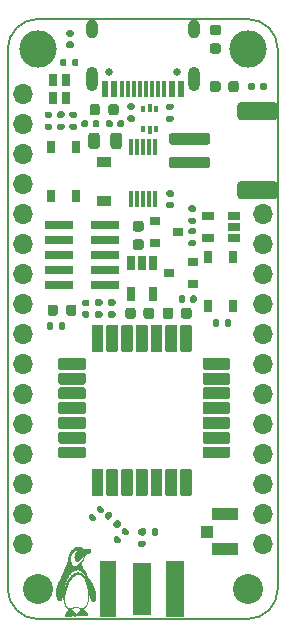
<source format=gts>
G04 #@! TF.GenerationSoftware,KiCad,Pcbnew,(5.1.8)-1*
G04 #@! TF.CreationDate,2020-12-02T12:09:07+01:00*
G04 #@! TF.ProjectId,Penguino-STM32WL-LoRa-E5,50656e67-7569-46e6-9f2d-53544d333257,0.1*
G04 #@! TF.SameCoordinates,PX8198450PY59a5380*
G04 #@! TF.FileFunction,Soldermask,Top*
G04 #@! TF.FilePolarity,Negative*
%FSLAX46Y46*%
G04 Gerber Fmt 4.6, Leading zero omitted, Abs format (unit mm)*
G04 Created by KiCad (PCBNEW (5.1.8)-1) date 2020-12-02 12:09:07*
%MOMM*%
%LPD*%
G01*
G04 APERTURE LIST*
G04 #@! TA.AperFunction,Profile*
%ADD10C,0.150000*%
G04 #@! TD*
%ADD11C,0.010000*%
%ADD12R,0.600000X1.450000*%
%ADD13R,0.300000X1.450000*%
%ADD14O,1.000000X2.100000*%
%ADD15C,0.650000*%
%ADD16O,1.000000X1.600000*%
%ADD17R,0.800000X1.000000*%
%ADD18R,2.200000X1.050000*%
%ADD19R,1.050000X1.000000*%
%ADD20R,1.350000X4.700000*%
%ADD21R,1.500000X4.700000*%
%ADD22R,1.500000X4.400000*%
%ADD23R,0.900000X0.800000*%
%ADD24R,0.660000X1.050000*%
%ADD25R,1.060000X0.650000*%
%ADD26R,0.300000X1.400000*%
%ADD27C,3.175000*%
%ADD28C,2.540000*%
%ADD29O,1.700000X1.700000*%
%ADD30R,0.650000X1.220000*%
%ADD31R,2.400000X0.740000*%
%ADD32R,1.200000X0.900000*%
%ADD33R,0.375000X0.500000*%
%ADD34R,0.300000X0.650000*%
G04 APERTURE END LIST*
D10*
X-8890000Y-25380000D02*
G75*
G02*
X-11430000Y-22840000I0J2540000D01*
G01*
X11430000Y-22840000D02*
G75*
G02*
X8890000Y-25380000I-2540000J0D01*
G01*
X8890000Y25420000D02*
G75*
G02*
X11430000Y22880000I0J-2540000D01*
G01*
X-11430000Y22880000D02*
G75*
G02*
X-8890000Y25420000I2540000J0D01*
G01*
X-11430000Y-22840000D02*
X-11430000Y22880000D01*
X8890000Y-25380000D02*
X-8890000Y-25380000D01*
X11430000Y22880000D02*
X11430000Y-22840000D01*
X-8890000Y25420000D02*
X8890000Y25420000D01*
D11*
G36*
X-5460146Y-19274466D02*
G01*
X-5438323Y-19274928D01*
X-5419485Y-19276078D01*
X-5401786Y-19278229D01*
X-5383379Y-19281692D01*
X-5362418Y-19286778D01*
X-5337056Y-19293800D01*
X-5305446Y-19303068D01*
X-5290528Y-19307508D01*
X-5239640Y-19324031D01*
X-5194302Y-19341970D01*
X-5152378Y-19362502D01*
X-5111733Y-19386804D01*
X-5070229Y-19416052D01*
X-5025732Y-19451423D01*
X-5018985Y-19457062D01*
X-5003039Y-19469447D01*
X-4987911Y-19479458D01*
X-4976165Y-19485451D01*
X-4973380Y-19486286D01*
X-4952722Y-19488738D01*
X-4929197Y-19488112D01*
X-4901620Y-19484206D01*
X-4868808Y-19476820D01*
X-4829576Y-19465751D01*
X-4802151Y-19457157D01*
X-4759960Y-19444393D01*
X-4723985Y-19435608D01*
X-4692209Y-19430591D01*
X-4662617Y-19429132D01*
X-4633191Y-19431022D01*
X-4601915Y-19436051D01*
X-4601069Y-19436219D01*
X-4557540Y-19448461D01*
X-4520938Y-19466466D01*
X-4490781Y-19490483D01*
X-4485506Y-19496002D01*
X-4464423Y-19524447D01*
X-4451905Y-19554665D01*
X-4447828Y-19587384D01*
X-4452064Y-19623333D01*
X-4459132Y-19648525D01*
X-4471448Y-19680530D01*
X-4485550Y-19706671D01*
X-4502735Y-19728075D01*
X-4524297Y-19745871D01*
X-4551532Y-19761188D01*
X-4585736Y-19775152D01*
X-4616099Y-19785218D01*
X-4657206Y-19798006D01*
X-4690717Y-19808571D01*
X-4717880Y-19817350D01*
X-4739945Y-19824778D01*
X-4758160Y-19831292D01*
X-4773776Y-19837327D01*
X-4788040Y-19843321D01*
X-4802202Y-19849707D01*
X-4806264Y-19851599D01*
X-4846973Y-19873049D01*
X-4880447Y-19896246D01*
X-4908684Y-19922679D01*
X-4921347Y-19937433D01*
X-4932916Y-19951309D01*
X-4942972Y-19962400D01*
X-4949610Y-19968622D01*
X-4950261Y-19969045D01*
X-4954390Y-19976038D01*
X-4957996Y-19991893D01*
X-4960757Y-20013757D01*
X-4968496Y-20069263D01*
X-4980842Y-20122047D01*
X-4998397Y-20173577D01*
X-5021763Y-20225320D01*
X-5051543Y-20278745D01*
X-5088338Y-20335319D01*
X-5098910Y-20350418D01*
X-5126674Y-20389736D01*
X-5149621Y-20422688D01*
X-5168434Y-20450327D01*
X-5183797Y-20473709D01*
X-5196390Y-20493887D01*
X-5206897Y-20511916D01*
X-5216001Y-20528850D01*
X-5221487Y-20539764D01*
X-5241871Y-20581327D01*
X-5237366Y-20660369D01*
X-5235650Y-20687219D01*
X-5233533Y-20711396D01*
X-5230688Y-20733873D01*
X-5226788Y-20755622D01*
X-5221504Y-20777615D01*
X-5214510Y-20800824D01*
X-5205477Y-20826222D01*
X-5194078Y-20854781D01*
X-5179987Y-20887472D01*
X-5162874Y-20925269D01*
X-5142414Y-20969143D01*
X-5118277Y-21020067D01*
X-5111179Y-21034960D01*
X-5053690Y-21152169D01*
X-4990814Y-21274001D01*
X-4922397Y-21400722D01*
X-4848289Y-21532595D01*
X-4768337Y-21669886D01*
X-4682388Y-21812858D01*
X-4590290Y-21961777D01*
X-4491891Y-22116907D01*
X-4459197Y-22167673D01*
X-4414711Y-22236957D01*
X-4375155Y-22299670D01*
X-4340081Y-22356747D01*
X-4309038Y-22409126D01*
X-4281577Y-22457740D01*
X-4257248Y-22503528D01*
X-4235601Y-22547423D01*
X-4216186Y-22590363D01*
X-4198553Y-22633282D01*
X-4182253Y-22677118D01*
X-4166835Y-22722805D01*
X-4151851Y-22771281D01*
X-4136849Y-22823479D01*
X-4127351Y-22858091D01*
X-4105454Y-22942212D01*
X-4087193Y-23019828D01*
X-4072310Y-23092808D01*
X-4060545Y-23163022D01*
X-4051642Y-23232339D01*
X-4045341Y-23302628D01*
X-4041384Y-23375761D01*
X-4039513Y-23453606D01*
X-4039279Y-23495400D01*
X-4039288Y-23536365D01*
X-4039390Y-23569329D01*
X-4039664Y-23595524D01*
X-4040187Y-23616185D01*
X-4041037Y-23632547D01*
X-4042290Y-23645844D01*
X-4044026Y-23657309D01*
X-4046321Y-23668177D01*
X-4049252Y-23679683D01*
X-4051352Y-23687414D01*
X-4067243Y-23735565D01*
X-4086201Y-23775075D01*
X-4108286Y-23806038D01*
X-4133561Y-23828546D01*
X-4149837Y-23837825D01*
X-4179477Y-23846811D01*
X-4212902Y-23848532D01*
X-4248532Y-23843241D01*
X-4284789Y-23831193D01*
X-4320091Y-23812641D01*
X-4324569Y-23809737D01*
X-4345476Y-23793657D01*
X-4363770Y-23774477D01*
X-4379882Y-23751272D01*
X-4394242Y-23723117D01*
X-4407278Y-23689088D01*
X-4419421Y-23648260D01*
X-4431101Y-23599707D01*
X-4438427Y-23564673D01*
X-4446361Y-23527310D01*
X-4454513Y-23494906D01*
X-4463671Y-23465514D01*
X-4474619Y-23437190D01*
X-4488144Y-23407989D01*
X-4505032Y-23375963D01*
X-4526068Y-23339169D01*
X-4536925Y-23320826D01*
X-4552444Y-23294897D01*
X-4566352Y-23271846D01*
X-4577972Y-23252783D01*
X-4586621Y-23238820D01*
X-4591621Y-23231068D01*
X-4592574Y-23229854D01*
X-4593080Y-23234221D01*
X-4593596Y-23246313D01*
X-4594080Y-23264619D01*
X-4594489Y-23287630D01*
X-4594723Y-23307209D01*
X-4598464Y-23420763D01*
X-4607347Y-23534856D01*
X-4621118Y-23647818D01*
X-4639521Y-23757980D01*
X-4662303Y-23863673D01*
X-4689207Y-23963227D01*
X-4700243Y-23998440D01*
X-4732617Y-24088432D01*
X-4768256Y-24169863D01*
X-4807230Y-24242838D01*
X-4849608Y-24307462D01*
X-4895462Y-24363841D01*
X-4944860Y-24412080D01*
X-4997874Y-24452284D01*
X-5005504Y-24457225D01*
X-5039135Y-24478565D01*
X-5036366Y-24525001D01*
X-5034708Y-24547701D01*
X-5032589Y-24569598D01*
X-5030357Y-24587305D01*
X-5029333Y-24593395D01*
X-5023924Y-24612662D01*
X-5014886Y-24631450D01*
X-5001488Y-24650538D01*
X-4983001Y-24670707D01*
X-4958695Y-24692737D01*
X-4927840Y-24717407D01*
X-4889705Y-24745498D01*
X-4881556Y-24751301D01*
X-4840352Y-24781465D01*
X-4806741Y-24808416D01*
X-4780033Y-24833025D01*
X-4759539Y-24856164D01*
X-4744568Y-24878705D01*
X-4734430Y-24901521D01*
X-4728435Y-24925483D01*
X-4726059Y-24947818D01*
X-4726432Y-24973819D01*
X-4731354Y-24993249D01*
X-4741777Y-25008047D01*
X-4758655Y-25020149D01*
X-4762719Y-25022329D01*
X-4774230Y-25027417D01*
X-4786453Y-25030502D01*
X-4802138Y-25032020D01*
X-4824037Y-25032405D01*
X-4826400Y-25032399D01*
X-4851271Y-25031700D01*
X-4880412Y-25029964D01*
X-4908957Y-25027510D01*
X-4919802Y-25026317D01*
X-4952898Y-25023066D01*
X-4979837Y-25022462D01*
X-5003424Y-25024912D01*
X-5026461Y-25030823D01*
X-5051754Y-25040601D01*
X-5067622Y-25047766D01*
X-5094147Y-25059528D01*
X-5115623Y-25066939D01*
X-5134422Y-25069960D01*
X-5152918Y-25068549D01*
X-5173486Y-25062665D01*
X-5198500Y-25052268D01*
X-5213646Y-25045256D01*
X-5235833Y-25034944D01*
X-5251813Y-25028115D01*
X-5263672Y-25024187D01*
X-5273496Y-25022580D01*
X-5283373Y-25022713D01*
X-5291608Y-25023550D01*
X-5306145Y-25026250D01*
X-5326597Y-25031352D01*
X-5350198Y-25038112D01*
X-5373108Y-25045425D01*
X-5397169Y-25053026D01*
X-5420776Y-25059591D01*
X-5441143Y-25064397D01*
X-5454988Y-25066679D01*
X-5487146Y-25065652D01*
X-5515695Y-25056615D01*
X-5539700Y-25039902D01*
X-5544729Y-25034733D01*
X-5553706Y-25024307D01*
X-5558618Y-25015923D01*
X-5560477Y-25006248D01*
X-5560293Y-24991946D01*
X-5559903Y-24984695D01*
X-5557347Y-24964737D01*
X-5551610Y-24943971D01*
X-5542236Y-24921693D01*
X-5528769Y-24897198D01*
X-5510751Y-24869780D01*
X-5487727Y-24838736D01*
X-5459239Y-24803360D01*
X-5424832Y-24762949D01*
X-5392403Y-24726145D01*
X-5365211Y-24695403D01*
X-5343661Y-24670185D01*
X-5327096Y-24649264D01*
X-5314858Y-24631412D01*
X-5306289Y-24615400D01*
X-5300731Y-24600000D01*
X-5297526Y-24583984D01*
X-5296015Y-24566124D01*
X-5295541Y-24545373D01*
X-5295146Y-24494797D01*
X-5328452Y-24481358D01*
X-5343521Y-24474720D01*
X-5364630Y-24464659D01*
X-5389719Y-24452193D01*
X-5416731Y-24438343D01*
X-5439288Y-24426445D01*
X-5483026Y-24403272D01*
X-5519868Y-24384381D01*
X-5550903Y-24369412D01*
X-5577219Y-24358002D01*
X-5599905Y-24349790D01*
X-5620049Y-24344414D01*
X-5638738Y-24341514D01*
X-5657063Y-24340727D01*
X-5676110Y-24341691D01*
X-5690000Y-24343160D01*
X-5716310Y-24346742D01*
X-5740552Y-24351049D01*
X-5764071Y-24356545D01*
X-5788215Y-24363692D01*
X-5814328Y-24372954D01*
X-5843757Y-24384795D01*
X-5877848Y-24399679D01*
X-5917946Y-24418068D01*
X-5946689Y-24431563D01*
X-5973037Y-24443973D01*
X-5997313Y-24455338D01*
X-6017981Y-24464945D01*
X-6033503Y-24472078D01*
X-6042343Y-24476025D01*
X-6042720Y-24476184D01*
X-6056004Y-24481716D01*
X-6053864Y-24518685D01*
X-6052159Y-24538636D01*
X-6049008Y-24554748D01*
X-6043344Y-24570755D01*
X-6034102Y-24590391D01*
X-6032444Y-24593679D01*
X-6010678Y-24629768D01*
X-5980940Y-24668272D01*
X-5943916Y-24708385D01*
X-5900292Y-24749304D01*
X-5898167Y-24751167D01*
X-5868245Y-24778246D01*
X-5837508Y-24807732D01*
X-5806998Y-24838485D01*
X-5777757Y-24869365D01*
X-5750830Y-24899230D01*
X-5727259Y-24926940D01*
X-5708088Y-24951355D01*
X-5694358Y-24971334D01*
X-5690271Y-24978501D01*
X-5679883Y-25005592D01*
X-5678307Y-25029963D01*
X-5685568Y-25051748D01*
X-5701693Y-25071080D01*
X-5709966Y-25077677D01*
X-5723357Y-25086608D01*
X-5736181Y-25092933D01*
X-5749696Y-25096579D01*
X-5765161Y-25097473D01*
X-5783833Y-25095543D01*
X-5806971Y-25090716D01*
X-5835833Y-25082920D01*
X-5871678Y-25072082D01*
X-5886273Y-25067504D01*
X-5923480Y-25056205D01*
X-5953669Y-25048406D01*
X-5978410Y-25044213D01*
X-5999275Y-25043735D01*
X-6017836Y-25047078D01*
X-6035666Y-25054350D01*
X-6054335Y-25065658D01*
X-6074418Y-25080343D01*
X-6103212Y-25100458D01*
X-6129667Y-25114051D01*
X-6156687Y-25122205D01*
X-6187172Y-25126003D01*
X-6198000Y-25126472D01*
X-6217513Y-25126848D01*
X-6233624Y-25126831D01*
X-6244041Y-25126439D01*
X-6246491Y-25126078D01*
X-6252697Y-25124436D01*
X-6265802Y-25121293D01*
X-6283690Y-25117152D01*
X-6298279Y-25113846D01*
X-6345449Y-25103249D01*
X-6383715Y-25112125D01*
X-6413234Y-25117424D01*
X-6446702Y-25120288D01*
X-6479709Y-25121000D01*
X-6510052Y-25120418D01*
X-6532828Y-25118236D01*
X-6549661Y-25113795D01*
X-6562171Y-25106439D01*
X-6571982Y-25095512D01*
X-6580715Y-25080355D01*
X-6580879Y-25080026D01*
X-6587110Y-25066292D01*
X-6589648Y-25055383D01*
X-6589038Y-25042940D01*
X-6587015Y-25030902D01*
X-6577102Y-24994054D01*
X-6560378Y-24953976D01*
X-6536644Y-24910345D01*
X-6505706Y-24862838D01*
X-6467366Y-24811134D01*
X-6421428Y-24754908D01*
X-6412626Y-24744618D01*
X-6380970Y-24707127D01*
X-6355298Y-24675066D01*
X-6334910Y-24647485D01*
X-6319111Y-24623434D01*
X-6307202Y-24601964D01*
X-6305885Y-24599276D01*
X-6298157Y-24582301D01*
X-6293515Y-24568490D01*
X-6291190Y-24554216D01*
X-6290413Y-24535857D01*
X-6290364Y-24526107D01*
X-6290516Y-24506488D01*
X-6291274Y-24494198D01*
X-6293093Y-24487329D01*
X-6296427Y-24483974D01*
X-6300755Y-24482470D01*
X-6314206Y-24477488D01*
X-6332831Y-24468588D01*
X-6354204Y-24457100D01*
X-6375900Y-24444356D01*
X-6395494Y-24431688D01*
X-6402982Y-24426364D01*
X-6455515Y-24382060D01*
X-6502578Y-24330783D01*
X-6544304Y-24272339D01*
X-6580824Y-24206533D01*
X-6612268Y-24133169D01*
X-6624782Y-24097686D01*
X-6635459Y-24063048D01*
X-6645909Y-24024714D01*
X-6655757Y-23984477D01*
X-6664631Y-23944134D01*
X-6672156Y-23905479D01*
X-6677960Y-23870308D01*
X-6681668Y-23840416D01*
X-6682909Y-23818399D01*
X-6685812Y-23807375D01*
X-6694079Y-23790663D01*
X-6707048Y-23769575D01*
X-6708998Y-23766650D01*
X-6732476Y-23727973D01*
X-6746833Y-23698600D01*
X-6666350Y-23698600D01*
X-6666180Y-23745287D01*
X-6665495Y-23784672D01*
X-6664107Y-23818680D01*
X-6661829Y-23849241D01*
X-6658470Y-23878281D01*
X-6653843Y-23907729D01*
X-6647759Y-23939511D01*
X-6640029Y-23975555D01*
X-6638656Y-23981718D01*
X-6616750Y-24064895D01*
X-6589788Y-24141500D01*
X-6557941Y-24211276D01*
X-6521380Y-24273960D01*
X-6480277Y-24329295D01*
X-6434802Y-24377019D01*
X-6385127Y-24416873D01*
X-6331424Y-24448597D01*
X-6330717Y-24448946D01*
X-6286547Y-24466823D01*
X-6240066Y-24477646D01*
X-6189126Y-24481884D01*
X-6179242Y-24481984D01*
X-6154105Y-24481404D01*
X-6130643Y-24479390D01*
X-6107536Y-24475532D01*
X-6083463Y-24469422D01*
X-6057105Y-24460648D01*
X-6027140Y-24448801D01*
X-5992247Y-24433471D01*
X-5951107Y-24414249D01*
X-5932962Y-24405550D01*
X-5888968Y-24384756D01*
X-5851347Y-24368020D01*
X-5818463Y-24354801D01*
X-5788679Y-24344560D01*
X-5760358Y-24336756D01*
X-5731863Y-24330850D01*
X-5701557Y-24326302D01*
X-5687617Y-24324636D01*
X-5665864Y-24322818D01*
X-5645456Y-24322728D01*
X-5625286Y-24324737D01*
X-5604250Y-24329214D01*
X-5581242Y-24336528D01*
X-5555156Y-24347049D01*
X-5524887Y-24361147D01*
X-5489330Y-24379191D01*
X-5447378Y-24401550D01*
X-5431140Y-24410377D01*
X-5381421Y-24436466D01*
X-5337646Y-24457155D01*
X-5298656Y-24472946D01*
X-5263289Y-24484341D01*
X-5255891Y-24486305D01*
X-5217589Y-24492684D01*
X-5176135Y-24493799D01*
X-5135141Y-24489789D01*
X-5098215Y-24480793D01*
X-5096475Y-24480192D01*
X-5043755Y-24457802D01*
X-4994834Y-24428797D01*
X-4949088Y-24392633D01*
X-4905895Y-24348768D01*
X-4864630Y-24296656D01*
X-4834523Y-24251758D01*
X-4794231Y-24180630D01*
X-4757616Y-24101573D01*
X-4724813Y-24015183D01*
X-4695954Y-23922060D01*
X-4671174Y-23822802D01*
X-4650607Y-23718009D01*
X-4634385Y-23608278D01*
X-4622643Y-23494210D01*
X-4615513Y-23376402D01*
X-4613133Y-23259873D01*
X-4612989Y-23135182D01*
X-4634543Y-23017418D01*
X-4660556Y-22881343D01*
X-4687219Y-22754019D01*
X-4714668Y-22634977D01*
X-4743041Y-22523746D01*
X-4772473Y-22419856D01*
X-4803101Y-22322837D01*
X-4835062Y-22232218D01*
X-4868494Y-22147530D01*
X-4903532Y-22068301D01*
X-4921276Y-22031436D01*
X-4966850Y-21945647D01*
X-5014301Y-21868781D01*
X-5063783Y-21800685D01*
X-5115452Y-21741210D01*
X-5169462Y-21690201D01*
X-5225967Y-21647509D01*
X-5285122Y-21612982D01*
X-5347080Y-21586467D01*
X-5387509Y-21573840D01*
X-5407677Y-21568710D01*
X-5425398Y-21565166D01*
X-5443330Y-21562912D01*
X-5464130Y-21561651D01*
X-5490455Y-21561089D01*
X-5502964Y-21560994D01*
X-5533504Y-21561107D01*
X-5557356Y-21561958D01*
X-5577055Y-21563774D01*
X-5595134Y-21566779D01*
X-5612033Y-21570665D01*
X-5673479Y-21590229D01*
X-5734461Y-21617904D01*
X-5795284Y-21653895D01*
X-5856255Y-21698409D01*
X-5917682Y-21751650D01*
X-5979870Y-21813824D01*
X-5988974Y-21823599D01*
X-6053479Y-21898586D01*
X-6116526Y-21982008D01*
X-6177794Y-22073134D01*
X-6236961Y-22171232D01*
X-6293706Y-22275570D01*
X-6347707Y-22385417D01*
X-6398644Y-22500042D01*
X-6446195Y-22618714D01*
X-6490039Y-22740701D01*
X-6529855Y-22865271D01*
X-6565320Y-22991693D01*
X-6596115Y-23119237D01*
X-6621917Y-23247170D01*
X-6627020Y-23276036D01*
X-6637886Y-23341397D01*
X-6646685Y-23399772D01*
X-6653600Y-23453133D01*
X-6658813Y-23503454D01*
X-6662510Y-23552706D01*
X-6664873Y-23602861D01*
X-6666085Y-23655892D01*
X-6666350Y-23698600D01*
X-6746833Y-23698600D01*
X-6753152Y-23685673D01*
X-6771134Y-23639173D01*
X-6786529Y-23587893D01*
X-6799445Y-23531255D01*
X-6809988Y-23468679D01*
X-6818265Y-23399587D01*
X-6824385Y-23323400D01*
X-6828455Y-23239539D01*
X-6830580Y-23147425D01*
X-6830908Y-23108627D01*
X-6831187Y-23080012D01*
X-6831707Y-23054814D01*
X-6832417Y-23034388D01*
X-6833266Y-23020089D01*
X-6833876Y-23015660D01*
X-6700632Y-23015660D01*
X-6700096Y-23021776D01*
X-6699854Y-23022036D01*
X-6697941Y-23017870D01*
X-6694785Y-23006807D01*
X-6690983Y-22991001D01*
X-6689933Y-22986245D01*
X-6657316Y-22848526D01*
X-6620125Y-22714787D01*
X-6578577Y-22585417D01*
X-6532891Y-22460806D01*
X-6483284Y-22341341D01*
X-6429974Y-22227412D01*
X-6373180Y-22119408D01*
X-6313119Y-22017717D01*
X-6250009Y-21922728D01*
X-6184069Y-21834831D01*
X-6115516Y-21754413D01*
X-6044568Y-21681865D01*
X-5971443Y-21617574D01*
X-5896360Y-21561929D01*
X-5888582Y-21556743D01*
X-5821123Y-21515901D01*
X-5755289Y-21483660D01*
X-5690236Y-21459722D01*
X-5625115Y-21443789D01*
X-5559082Y-21435561D01*
X-5542218Y-21434669D01*
X-5512880Y-21434075D01*
X-5484669Y-21434490D01*
X-5460544Y-21435830D01*
X-5447192Y-21437347D01*
X-5379017Y-21452625D01*
X-5312059Y-21476803D01*
X-5246642Y-21509591D01*
X-5183090Y-21550696D01*
X-5121728Y-21599826D01*
X-5062880Y-21656690D01*
X-5006871Y-21720995D01*
X-4954025Y-21792450D01*
X-4904666Y-21870762D01*
X-4859119Y-21955640D01*
X-4849695Y-21975055D01*
X-4838120Y-21999660D01*
X-4827292Y-22023252D01*
X-4818168Y-22043707D01*
X-4811702Y-22058903D01*
X-4809957Y-22063346D01*
X-4804388Y-22077081D01*
X-4801214Y-22082155D01*
X-4800407Y-22078821D01*
X-4801940Y-22067332D01*
X-4805785Y-22047939D01*
X-4811914Y-22020895D01*
X-4816921Y-22000100D01*
X-4846712Y-21890417D01*
X-4880464Y-21788073D01*
X-4918078Y-21693191D01*
X-4959454Y-21605897D01*
X-5004492Y-21526313D01*
X-5053093Y-21454564D01*
X-5105156Y-21390774D01*
X-5160582Y-21335068D01*
X-5219272Y-21287569D01*
X-5281125Y-21248402D01*
X-5346042Y-21217691D01*
X-5413923Y-21195559D01*
X-5472858Y-21183734D01*
X-5502988Y-21180938D01*
X-5539038Y-21180105D01*
X-5577933Y-21181102D01*
X-5616598Y-21183796D01*
X-5651958Y-21188053D01*
X-5676146Y-21192573D01*
X-5753522Y-21215063D01*
X-5830155Y-21246533D01*
X-5905720Y-21286734D01*
X-5979892Y-21335419D01*
X-6052348Y-21392341D01*
X-6122762Y-21457250D01*
X-6190811Y-21529901D01*
X-6256170Y-21610044D01*
X-6297963Y-21667335D01*
X-6362439Y-21766955D01*
X-6422010Y-21873815D01*
X-6476443Y-21987187D01*
X-6525507Y-22106341D01*
X-6568968Y-22230550D01*
X-6606592Y-22359085D01*
X-6638148Y-22491219D01*
X-6663401Y-22626222D01*
X-6682120Y-22763366D01*
X-6694070Y-22901923D01*
X-6694351Y-22906582D01*
X-6695874Y-22931429D01*
X-6697582Y-22958057D01*
X-6699158Y-22981560D01*
X-6699486Y-22986245D01*
X-6700421Y-23003080D01*
X-6700632Y-23015660D01*
X-6833876Y-23015660D01*
X-6834205Y-23013274D01*
X-6834490Y-23012891D01*
X-6837119Y-23016994D01*
X-6842537Y-23028348D01*
X-6850151Y-23045608D01*
X-6859368Y-23067429D01*
X-6869375Y-23091924D01*
X-6901131Y-23170866D01*
X-6895278Y-23328515D01*
X-6892942Y-23399288D01*
X-6891533Y-23461309D01*
X-6891062Y-23515019D01*
X-6891540Y-23560857D01*
X-6892979Y-23599262D01*
X-6895389Y-23630675D01*
X-6898782Y-23655534D01*
X-6903169Y-23674279D01*
X-6904153Y-23677294D01*
X-6921906Y-23716699D01*
X-6945509Y-23750134D01*
X-6974179Y-23776932D01*
X-7007135Y-23796430D01*
X-7043593Y-23807962D01*
X-7060716Y-23810356D01*
X-7092756Y-23808628D01*
X-7123981Y-23797950D01*
X-7154151Y-23778588D01*
X-7183028Y-23750811D01*
X-7210373Y-23714885D01*
X-7235947Y-23671078D01*
X-7259511Y-23619658D01*
X-7279304Y-23565569D01*
X-7297284Y-23506485D01*
X-7311991Y-23448098D01*
X-7323604Y-23388971D01*
X-7332297Y-23327665D01*
X-7338248Y-23262744D01*
X-7341632Y-23192769D01*
X-7342624Y-23116303D01*
X-7341917Y-23054364D01*
X-7340459Y-22998918D01*
X-7338342Y-22950412D01*
X-7335344Y-22906557D01*
X-7331244Y-22865066D01*
X-7325821Y-22823652D01*
X-7318852Y-22780027D01*
X-7311270Y-22738018D01*
X-7301938Y-22691038D01*
X-7291880Y-22646255D01*
X-7280757Y-22602829D01*
X-7268230Y-22559923D01*
X-7253959Y-22516698D01*
X-7237603Y-22472316D01*
X-7218823Y-22425939D01*
X-7197280Y-22376728D01*
X-7172633Y-22323846D01*
X-7144542Y-22266453D01*
X-7112669Y-22203711D01*
X-7076672Y-22134783D01*
X-7036212Y-22058830D01*
X-7035142Y-22056836D01*
X-7015267Y-22019692D01*
X-6997041Y-21985285D01*
X-6980085Y-21952803D01*
X-6964021Y-21921434D01*
X-6948473Y-21890365D01*
X-6933061Y-21858785D01*
X-6917410Y-21825882D01*
X-6901140Y-21790844D01*
X-6883874Y-21752859D01*
X-6865235Y-21711114D01*
X-6844845Y-21664797D01*
X-6822326Y-21613098D01*
X-6797300Y-21555202D01*
X-6769389Y-21490299D01*
X-6743008Y-21428764D01*
X-6720894Y-21377364D01*
X-6697829Y-21324176D01*
X-6674423Y-21270579D01*
X-6651287Y-21217956D01*
X-6629031Y-21167689D01*
X-6608266Y-21121160D01*
X-6589602Y-21079750D01*
X-6573651Y-21044843D01*
X-6567509Y-21031600D01*
X-6543567Y-20979827D01*
X-6519389Y-20926690D01*
X-6495514Y-20873424D01*
X-6472479Y-20821264D01*
X-6450822Y-20771445D01*
X-6431080Y-20725202D01*
X-6413791Y-20683770D01*
X-6399492Y-20648385D01*
X-6390084Y-20623965D01*
X-6379794Y-20594766D01*
X-6371149Y-20566309D01*
X-6363723Y-20536671D01*
X-6357095Y-20503932D01*
X-6350838Y-20466172D01*
X-6344528Y-20421471D01*
X-6343314Y-20412229D01*
X-6324256Y-20286308D01*
X-6320873Y-20269121D01*
X-6147639Y-20269121D01*
X-6147364Y-20310220D01*
X-6146182Y-20350436D01*
X-6144119Y-20387253D01*
X-6141199Y-20418156D01*
X-6140272Y-20425120D01*
X-6125702Y-20505125D01*
X-6105866Y-20580307D01*
X-6081049Y-20650141D01*
X-6051536Y-20714098D01*
X-6017612Y-20771652D01*
X-5979564Y-20822276D01*
X-5937676Y-20865442D01*
X-5892235Y-20900624D01*
X-5877831Y-20909614D01*
X-5838492Y-20929343D01*
X-5801393Y-20940449D01*
X-5765685Y-20943014D01*
X-5730519Y-20937119D01*
X-5702520Y-20926515D01*
X-5679767Y-20915053D01*
X-5656881Y-20901713D01*
X-5632938Y-20885788D01*
X-5607018Y-20866569D01*
X-5578198Y-20843348D01*
X-5545556Y-20815417D01*
X-5508170Y-20782067D01*
X-5475255Y-20751960D01*
X-5435898Y-20715873D01*
X-5402436Y-20685705D01*
X-5374176Y-20660903D01*
X-5350423Y-20640915D01*
X-5330482Y-20625186D01*
X-5313659Y-20613165D01*
X-5299260Y-20604299D01*
X-5286590Y-20598035D01*
X-5277683Y-20594672D01*
X-5270072Y-20590567D01*
X-5263147Y-20582522D01*
X-5255587Y-20568701D01*
X-5249763Y-20555879D01*
X-5240393Y-20535328D01*
X-5230287Y-20515343D01*
X-5218635Y-20494602D01*
X-5204626Y-20471783D01*
X-5187447Y-20445563D01*
X-5166289Y-20414621D01*
X-5140687Y-20378127D01*
X-5118144Y-20346193D01*
X-5100148Y-20320475D01*
X-5085874Y-20299676D01*
X-5074494Y-20282500D01*
X-5065183Y-20267650D01*
X-5057114Y-20253829D01*
X-5049462Y-20239740D01*
X-5041399Y-20224088D01*
X-5037148Y-20215655D01*
X-5016677Y-20170258D01*
X-5000717Y-20123885D01*
X-4988624Y-20074178D01*
X-4979754Y-20018779D01*
X-4977118Y-19995973D01*
X-4976835Y-19988097D01*
X-4979082Y-19984453D01*
X-4985358Y-19985068D01*
X-4997157Y-19989966D01*
X-5010737Y-19996570D01*
X-5028493Y-20005557D01*
X-5044444Y-20014202D01*
X-5059321Y-20023165D01*
X-5073859Y-20033104D01*
X-5088787Y-20044680D01*
X-5104840Y-20058552D01*
X-5122750Y-20075379D01*
X-5143248Y-20095822D01*
X-5167068Y-20120540D01*
X-5194941Y-20150193D01*
X-5227600Y-20185440D01*
X-5262276Y-20223128D01*
X-5290828Y-20253989D01*
X-5318975Y-20283987D01*
X-5345751Y-20312125D01*
X-5370191Y-20337405D01*
X-5391329Y-20358827D01*
X-5408202Y-20375395D01*
X-5419837Y-20386103D01*
X-5458009Y-20415200D01*
X-5495660Y-20436889D01*
X-5532074Y-20450913D01*
X-5566532Y-20457018D01*
X-5598316Y-20454946D01*
X-5606873Y-20452796D01*
X-5629284Y-20443260D01*
X-5654205Y-20428019D01*
X-5678992Y-20409034D01*
X-5701000Y-20388264D01*
X-5713065Y-20374075D01*
X-5738502Y-20333072D01*
X-5758059Y-20285879D01*
X-5771749Y-20233421D01*
X-5779586Y-20176618D01*
X-5781585Y-20116393D01*
X-5777758Y-20053668D01*
X-5768121Y-19989366D01*
X-5752687Y-19924408D01*
X-5731470Y-19859717D01*
X-5704484Y-19796214D01*
X-5704318Y-19795866D01*
X-5667221Y-19728247D01*
X-5623532Y-19667025D01*
X-5591621Y-19632201D01*
X-5379821Y-19632201D01*
X-5377168Y-19654361D01*
X-5368971Y-19672360D01*
X-5356179Y-19685128D01*
X-5339739Y-19691595D01*
X-5320602Y-19690690D01*
X-5306540Y-19685322D01*
X-5291299Y-19672594D01*
X-5282126Y-19654359D01*
X-5279397Y-19632385D01*
X-5283486Y-19608438D01*
X-5287820Y-19597112D01*
X-5300355Y-19577595D01*
X-5315522Y-19566191D01*
X-5331854Y-19562736D01*
X-5347883Y-19567067D01*
X-5362141Y-19579018D01*
X-5373161Y-19598428D01*
X-5375981Y-19606951D01*
X-5379821Y-19632201D01*
X-5591621Y-19632201D01*
X-5573020Y-19611903D01*
X-5537600Y-19580183D01*
X-5497867Y-19549129D01*
X-5461379Y-19524900D01*
X-5426485Y-19506489D01*
X-5398158Y-19495116D01*
X-5387947Y-19491550D01*
X-5379385Y-19488812D01*
X-5371189Y-19486874D01*
X-5362072Y-19485711D01*
X-5350753Y-19485297D01*
X-5335946Y-19485605D01*
X-5316367Y-19486608D01*
X-5290732Y-19488281D01*
X-5257756Y-19490597D01*
X-5239728Y-19491874D01*
X-5209239Y-19492955D01*
X-5185517Y-19490904D01*
X-5166444Y-19485112D01*
X-5149900Y-19474972D01*
X-5135818Y-19462038D01*
X-5123654Y-19448461D01*
X-5113380Y-19435370D01*
X-5108275Y-19427443D01*
X-5104207Y-19417927D01*
X-5105881Y-19411822D01*
X-5112894Y-19405681D01*
X-5130114Y-19394312D01*
X-5153918Y-19381220D01*
X-5182069Y-19367420D01*
X-5212329Y-19353929D01*
X-5242460Y-19341765D01*
X-5270228Y-19331942D01*
X-5284576Y-19327663D01*
X-5306333Y-19321772D01*
X-5328449Y-19341256D01*
X-5359008Y-19365429D01*
X-5397095Y-19391057D01*
X-5441275Y-19417364D01*
X-5490115Y-19443571D01*
X-5542181Y-19468901D01*
X-5596037Y-19492577D01*
X-5639200Y-19509712D01*
X-5666819Y-19520418D01*
X-5694714Y-19531731D01*
X-5720280Y-19542561D01*
X-5740909Y-19551819D01*
X-5747728Y-19555102D01*
X-5815506Y-19593886D01*
X-5877648Y-19639837D01*
X-5933964Y-19692659D01*
X-5984263Y-19752059D01*
X-6028355Y-19817741D01*
X-6066049Y-19889413D01*
X-6097155Y-19966779D01*
X-6121483Y-20049545D01*
X-6138842Y-20137417D01*
X-6142783Y-20165691D01*
X-6145373Y-20194341D01*
X-6146983Y-20229656D01*
X-6147639Y-20269121D01*
X-6320873Y-20269121D01*
X-6300753Y-20166930D01*
X-6272894Y-20054351D01*
X-6240767Y-19948825D01*
X-6204461Y-19850605D01*
X-6164065Y-19759947D01*
X-6119668Y-19677104D01*
X-6071357Y-19602332D01*
X-6051639Y-19575627D01*
X-6004030Y-19519633D01*
X-5950138Y-19467033D01*
X-5891417Y-19418881D01*
X-5829324Y-19376232D01*
X-5765313Y-19340139D01*
X-5700839Y-19311657D01*
X-5674572Y-19302413D01*
X-5638932Y-19291590D01*
X-5607042Y-19283822D01*
X-5575971Y-19278673D01*
X-5542791Y-19275705D01*
X-5504573Y-19274481D01*
X-5486800Y-19274382D01*
X-5460146Y-19274466D01*
G37*
X-5460146Y-19274466D02*
X-5438323Y-19274928D01*
X-5419485Y-19276078D01*
X-5401786Y-19278229D01*
X-5383379Y-19281692D01*
X-5362418Y-19286778D01*
X-5337056Y-19293800D01*
X-5305446Y-19303068D01*
X-5290528Y-19307508D01*
X-5239640Y-19324031D01*
X-5194302Y-19341970D01*
X-5152378Y-19362502D01*
X-5111733Y-19386804D01*
X-5070229Y-19416052D01*
X-5025732Y-19451423D01*
X-5018985Y-19457062D01*
X-5003039Y-19469447D01*
X-4987911Y-19479458D01*
X-4976165Y-19485451D01*
X-4973380Y-19486286D01*
X-4952722Y-19488738D01*
X-4929197Y-19488112D01*
X-4901620Y-19484206D01*
X-4868808Y-19476820D01*
X-4829576Y-19465751D01*
X-4802151Y-19457157D01*
X-4759960Y-19444393D01*
X-4723985Y-19435608D01*
X-4692209Y-19430591D01*
X-4662617Y-19429132D01*
X-4633191Y-19431022D01*
X-4601915Y-19436051D01*
X-4601069Y-19436219D01*
X-4557540Y-19448461D01*
X-4520938Y-19466466D01*
X-4490781Y-19490483D01*
X-4485506Y-19496002D01*
X-4464423Y-19524447D01*
X-4451905Y-19554665D01*
X-4447828Y-19587384D01*
X-4452064Y-19623333D01*
X-4459132Y-19648525D01*
X-4471448Y-19680530D01*
X-4485550Y-19706671D01*
X-4502735Y-19728075D01*
X-4524297Y-19745871D01*
X-4551532Y-19761188D01*
X-4585736Y-19775152D01*
X-4616099Y-19785218D01*
X-4657206Y-19798006D01*
X-4690717Y-19808571D01*
X-4717880Y-19817350D01*
X-4739945Y-19824778D01*
X-4758160Y-19831292D01*
X-4773776Y-19837327D01*
X-4788040Y-19843321D01*
X-4802202Y-19849707D01*
X-4806264Y-19851599D01*
X-4846973Y-19873049D01*
X-4880447Y-19896246D01*
X-4908684Y-19922679D01*
X-4921347Y-19937433D01*
X-4932916Y-19951309D01*
X-4942972Y-19962400D01*
X-4949610Y-19968622D01*
X-4950261Y-19969045D01*
X-4954390Y-19976038D01*
X-4957996Y-19991893D01*
X-4960757Y-20013757D01*
X-4968496Y-20069263D01*
X-4980842Y-20122047D01*
X-4998397Y-20173577D01*
X-5021763Y-20225320D01*
X-5051543Y-20278745D01*
X-5088338Y-20335319D01*
X-5098910Y-20350418D01*
X-5126674Y-20389736D01*
X-5149621Y-20422688D01*
X-5168434Y-20450327D01*
X-5183797Y-20473709D01*
X-5196390Y-20493887D01*
X-5206897Y-20511916D01*
X-5216001Y-20528850D01*
X-5221487Y-20539764D01*
X-5241871Y-20581327D01*
X-5237366Y-20660369D01*
X-5235650Y-20687219D01*
X-5233533Y-20711396D01*
X-5230688Y-20733873D01*
X-5226788Y-20755622D01*
X-5221504Y-20777615D01*
X-5214510Y-20800824D01*
X-5205477Y-20826222D01*
X-5194078Y-20854781D01*
X-5179987Y-20887472D01*
X-5162874Y-20925269D01*
X-5142414Y-20969143D01*
X-5118277Y-21020067D01*
X-5111179Y-21034960D01*
X-5053690Y-21152169D01*
X-4990814Y-21274001D01*
X-4922397Y-21400722D01*
X-4848289Y-21532595D01*
X-4768337Y-21669886D01*
X-4682388Y-21812858D01*
X-4590290Y-21961777D01*
X-4491891Y-22116907D01*
X-4459197Y-22167673D01*
X-4414711Y-22236957D01*
X-4375155Y-22299670D01*
X-4340081Y-22356747D01*
X-4309038Y-22409126D01*
X-4281577Y-22457740D01*
X-4257248Y-22503528D01*
X-4235601Y-22547423D01*
X-4216186Y-22590363D01*
X-4198553Y-22633282D01*
X-4182253Y-22677118D01*
X-4166835Y-22722805D01*
X-4151851Y-22771281D01*
X-4136849Y-22823479D01*
X-4127351Y-22858091D01*
X-4105454Y-22942212D01*
X-4087193Y-23019828D01*
X-4072310Y-23092808D01*
X-4060545Y-23163022D01*
X-4051642Y-23232339D01*
X-4045341Y-23302628D01*
X-4041384Y-23375761D01*
X-4039513Y-23453606D01*
X-4039279Y-23495400D01*
X-4039288Y-23536365D01*
X-4039390Y-23569329D01*
X-4039664Y-23595524D01*
X-4040187Y-23616185D01*
X-4041037Y-23632547D01*
X-4042290Y-23645844D01*
X-4044026Y-23657309D01*
X-4046321Y-23668177D01*
X-4049252Y-23679683D01*
X-4051352Y-23687414D01*
X-4067243Y-23735565D01*
X-4086201Y-23775075D01*
X-4108286Y-23806038D01*
X-4133561Y-23828546D01*
X-4149837Y-23837825D01*
X-4179477Y-23846811D01*
X-4212902Y-23848532D01*
X-4248532Y-23843241D01*
X-4284789Y-23831193D01*
X-4320091Y-23812641D01*
X-4324569Y-23809737D01*
X-4345476Y-23793657D01*
X-4363770Y-23774477D01*
X-4379882Y-23751272D01*
X-4394242Y-23723117D01*
X-4407278Y-23689088D01*
X-4419421Y-23648260D01*
X-4431101Y-23599707D01*
X-4438427Y-23564673D01*
X-4446361Y-23527310D01*
X-4454513Y-23494906D01*
X-4463671Y-23465514D01*
X-4474619Y-23437190D01*
X-4488144Y-23407989D01*
X-4505032Y-23375963D01*
X-4526068Y-23339169D01*
X-4536925Y-23320826D01*
X-4552444Y-23294897D01*
X-4566352Y-23271846D01*
X-4577972Y-23252783D01*
X-4586621Y-23238820D01*
X-4591621Y-23231068D01*
X-4592574Y-23229854D01*
X-4593080Y-23234221D01*
X-4593596Y-23246313D01*
X-4594080Y-23264619D01*
X-4594489Y-23287630D01*
X-4594723Y-23307209D01*
X-4598464Y-23420763D01*
X-4607347Y-23534856D01*
X-4621118Y-23647818D01*
X-4639521Y-23757980D01*
X-4662303Y-23863673D01*
X-4689207Y-23963227D01*
X-4700243Y-23998440D01*
X-4732617Y-24088432D01*
X-4768256Y-24169863D01*
X-4807230Y-24242838D01*
X-4849608Y-24307462D01*
X-4895462Y-24363841D01*
X-4944860Y-24412080D01*
X-4997874Y-24452284D01*
X-5005504Y-24457225D01*
X-5039135Y-24478565D01*
X-5036366Y-24525001D01*
X-5034708Y-24547701D01*
X-5032589Y-24569598D01*
X-5030357Y-24587305D01*
X-5029333Y-24593395D01*
X-5023924Y-24612662D01*
X-5014886Y-24631450D01*
X-5001488Y-24650538D01*
X-4983001Y-24670707D01*
X-4958695Y-24692737D01*
X-4927840Y-24717407D01*
X-4889705Y-24745498D01*
X-4881556Y-24751301D01*
X-4840352Y-24781465D01*
X-4806741Y-24808416D01*
X-4780033Y-24833025D01*
X-4759539Y-24856164D01*
X-4744568Y-24878705D01*
X-4734430Y-24901521D01*
X-4728435Y-24925483D01*
X-4726059Y-24947818D01*
X-4726432Y-24973819D01*
X-4731354Y-24993249D01*
X-4741777Y-25008047D01*
X-4758655Y-25020149D01*
X-4762719Y-25022329D01*
X-4774230Y-25027417D01*
X-4786453Y-25030502D01*
X-4802138Y-25032020D01*
X-4824037Y-25032405D01*
X-4826400Y-25032399D01*
X-4851271Y-25031700D01*
X-4880412Y-25029964D01*
X-4908957Y-25027510D01*
X-4919802Y-25026317D01*
X-4952898Y-25023066D01*
X-4979837Y-25022462D01*
X-5003424Y-25024912D01*
X-5026461Y-25030823D01*
X-5051754Y-25040601D01*
X-5067622Y-25047766D01*
X-5094147Y-25059528D01*
X-5115623Y-25066939D01*
X-5134422Y-25069960D01*
X-5152918Y-25068549D01*
X-5173486Y-25062665D01*
X-5198500Y-25052268D01*
X-5213646Y-25045256D01*
X-5235833Y-25034944D01*
X-5251813Y-25028115D01*
X-5263672Y-25024187D01*
X-5273496Y-25022580D01*
X-5283373Y-25022713D01*
X-5291608Y-25023550D01*
X-5306145Y-25026250D01*
X-5326597Y-25031352D01*
X-5350198Y-25038112D01*
X-5373108Y-25045425D01*
X-5397169Y-25053026D01*
X-5420776Y-25059591D01*
X-5441143Y-25064397D01*
X-5454988Y-25066679D01*
X-5487146Y-25065652D01*
X-5515695Y-25056615D01*
X-5539700Y-25039902D01*
X-5544729Y-25034733D01*
X-5553706Y-25024307D01*
X-5558618Y-25015923D01*
X-5560477Y-25006248D01*
X-5560293Y-24991946D01*
X-5559903Y-24984695D01*
X-5557347Y-24964737D01*
X-5551610Y-24943971D01*
X-5542236Y-24921693D01*
X-5528769Y-24897198D01*
X-5510751Y-24869780D01*
X-5487727Y-24838736D01*
X-5459239Y-24803360D01*
X-5424832Y-24762949D01*
X-5392403Y-24726145D01*
X-5365211Y-24695403D01*
X-5343661Y-24670185D01*
X-5327096Y-24649264D01*
X-5314858Y-24631412D01*
X-5306289Y-24615400D01*
X-5300731Y-24600000D01*
X-5297526Y-24583984D01*
X-5296015Y-24566124D01*
X-5295541Y-24545373D01*
X-5295146Y-24494797D01*
X-5328452Y-24481358D01*
X-5343521Y-24474720D01*
X-5364630Y-24464659D01*
X-5389719Y-24452193D01*
X-5416731Y-24438343D01*
X-5439288Y-24426445D01*
X-5483026Y-24403272D01*
X-5519868Y-24384381D01*
X-5550903Y-24369412D01*
X-5577219Y-24358002D01*
X-5599905Y-24349790D01*
X-5620049Y-24344414D01*
X-5638738Y-24341514D01*
X-5657063Y-24340727D01*
X-5676110Y-24341691D01*
X-5690000Y-24343160D01*
X-5716310Y-24346742D01*
X-5740552Y-24351049D01*
X-5764071Y-24356545D01*
X-5788215Y-24363692D01*
X-5814328Y-24372954D01*
X-5843757Y-24384795D01*
X-5877848Y-24399679D01*
X-5917946Y-24418068D01*
X-5946689Y-24431563D01*
X-5973037Y-24443973D01*
X-5997313Y-24455338D01*
X-6017981Y-24464945D01*
X-6033503Y-24472078D01*
X-6042343Y-24476025D01*
X-6042720Y-24476184D01*
X-6056004Y-24481716D01*
X-6053864Y-24518685D01*
X-6052159Y-24538636D01*
X-6049008Y-24554748D01*
X-6043344Y-24570755D01*
X-6034102Y-24590391D01*
X-6032444Y-24593679D01*
X-6010678Y-24629768D01*
X-5980940Y-24668272D01*
X-5943916Y-24708385D01*
X-5900292Y-24749304D01*
X-5898167Y-24751167D01*
X-5868245Y-24778246D01*
X-5837508Y-24807732D01*
X-5806998Y-24838485D01*
X-5777757Y-24869365D01*
X-5750830Y-24899230D01*
X-5727259Y-24926940D01*
X-5708088Y-24951355D01*
X-5694358Y-24971334D01*
X-5690271Y-24978501D01*
X-5679883Y-25005592D01*
X-5678307Y-25029963D01*
X-5685568Y-25051748D01*
X-5701693Y-25071080D01*
X-5709966Y-25077677D01*
X-5723357Y-25086608D01*
X-5736181Y-25092933D01*
X-5749696Y-25096579D01*
X-5765161Y-25097473D01*
X-5783833Y-25095543D01*
X-5806971Y-25090716D01*
X-5835833Y-25082920D01*
X-5871678Y-25072082D01*
X-5886273Y-25067504D01*
X-5923480Y-25056205D01*
X-5953669Y-25048406D01*
X-5978410Y-25044213D01*
X-5999275Y-25043735D01*
X-6017836Y-25047078D01*
X-6035666Y-25054350D01*
X-6054335Y-25065658D01*
X-6074418Y-25080343D01*
X-6103212Y-25100458D01*
X-6129667Y-25114051D01*
X-6156687Y-25122205D01*
X-6187172Y-25126003D01*
X-6198000Y-25126472D01*
X-6217513Y-25126848D01*
X-6233624Y-25126831D01*
X-6244041Y-25126439D01*
X-6246491Y-25126078D01*
X-6252697Y-25124436D01*
X-6265802Y-25121293D01*
X-6283690Y-25117152D01*
X-6298279Y-25113846D01*
X-6345449Y-25103249D01*
X-6383715Y-25112125D01*
X-6413234Y-25117424D01*
X-6446702Y-25120288D01*
X-6479709Y-25121000D01*
X-6510052Y-25120418D01*
X-6532828Y-25118236D01*
X-6549661Y-25113795D01*
X-6562171Y-25106439D01*
X-6571982Y-25095512D01*
X-6580715Y-25080355D01*
X-6580879Y-25080026D01*
X-6587110Y-25066292D01*
X-6589648Y-25055383D01*
X-6589038Y-25042940D01*
X-6587015Y-25030902D01*
X-6577102Y-24994054D01*
X-6560378Y-24953976D01*
X-6536644Y-24910345D01*
X-6505706Y-24862838D01*
X-6467366Y-24811134D01*
X-6421428Y-24754908D01*
X-6412626Y-24744618D01*
X-6380970Y-24707127D01*
X-6355298Y-24675066D01*
X-6334910Y-24647485D01*
X-6319111Y-24623434D01*
X-6307202Y-24601964D01*
X-6305885Y-24599276D01*
X-6298157Y-24582301D01*
X-6293515Y-24568490D01*
X-6291190Y-24554216D01*
X-6290413Y-24535857D01*
X-6290364Y-24526107D01*
X-6290516Y-24506488D01*
X-6291274Y-24494198D01*
X-6293093Y-24487329D01*
X-6296427Y-24483974D01*
X-6300755Y-24482470D01*
X-6314206Y-24477488D01*
X-6332831Y-24468588D01*
X-6354204Y-24457100D01*
X-6375900Y-24444356D01*
X-6395494Y-24431688D01*
X-6402982Y-24426364D01*
X-6455515Y-24382060D01*
X-6502578Y-24330783D01*
X-6544304Y-24272339D01*
X-6580824Y-24206533D01*
X-6612268Y-24133169D01*
X-6624782Y-24097686D01*
X-6635459Y-24063048D01*
X-6645909Y-24024714D01*
X-6655757Y-23984477D01*
X-6664631Y-23944134D01*
X-6672156Y-23905479D01*
X-6677960Y-23870308D01*
X-6681668Y-23840416D01*
X-6682909Y-23818399D01*
X-6685812Y-23807375D01*
X-6694079Y-23790663D01*
X-6707048Y-23769575D01*
X-6708998Y-23766650D01*
X-6732476Y-23727973D01*
X-6746833Y-23698600D01*
X-6666350Y-23698600D01*
X-6666180Y-23745287D01*
X-6665495Y-23784672D01*
X-6664107Y-23818680D01*
X-6661829Y-23849241D01*
X-6658470Y-23878281D01*
X-6653843Y-23907729D01*
X-6647759Y-23939511D01*
X-6640029Y-23975555D01*
X-6638656Y-23981718D01*
X-6616750Y-24064895D01*
X-6589788Y-24141500D01*
X-6557941Y-24211276D01*
X-6521380Y-24273960D01*
X-6480277Y-24329295D01*
X-6434802Y-24377019D01*
X-6385127Y-24416873D01*
X-6331424Y-24448597D01*
X-6330717Y-24448946D01*
X-6286547Y-24466823D01*
X-6240066Y-24477646D01*
X-6189126Y-24481884D01*
X-6179242Y-24481984D01*
X-6154105Y-24481404D01*
X-6130643Y-24479390D01*
X-6107536Y-24475532D01*
X-6083463Y-24469422D01*
X-6057105Y-24460648D01*
X-6027140Y-24448801D01*
X-5992247Y-24433471D01*
X-5951107Y-24414249D01*
X-5932962Y-24405550D01*
X-5888968Y-24384756D01*
X-5851347Y-24368020D01*
X-5818463Y-24354801D01*
X-5788679Y-24344560D01*
X-5760358Y-24336756D01*
X-5731863Y-24330850D01*
X-5701557Y-24326302D01*
X-5687617Y-24324636D01*
X-5665864Y-24322818D01*
X-5645456Y-24322728D01*
X-5625286Y-24324737D01*
X-5604250Y-24329214D01*
X-5581242Y-24336528D01*
X-5555156Y-24347049D01*
X-5524887Y-24361147D01*
X-5489330Y-24379191D01*
X-5447378Y-24401550D01*
X-5431140Y-24410377D01*
X-5381421Y-24436466D01*
X-5337646Y-24457155D01*
X-5298656Y-24472946D01*
X-5263289Y-24484341D01*
X-5255891Y-24486305D01*
X-5217589Y-24492684D01*
X-5176135Y-24493799D01*
X-5135141Y-24489789D01*
X-5098215Y-24480793D01*
X-5096475Y-24480192D01*
X-5043755Y-24457802D01*
X-4994834Y-24428797D01*
X-4949088Y-24392633D01*
X-4905895Y-24348768D01*
X-4864630Y-24296656D01*
X-4834523Y-24251758D01*
X-4794231Y-24180630D01*
X-4757616Y-24101573D01*
X-4724813Y-24015183D01*
X-4695954Y-23922060D01*
X-4671174Y-23822802D01*
X-4650607Y-23718009D01*
X-4634385Y-23608278D01*
X-4622643Y-23494210D01*
X-4615513Y-23376402D01*
X-4613133Y-23259873D01*
X-4612989Y-23135182D01*
X-4634543Y-23017418D01*
X-4660556Y-22881343D01*
X-4687219Y-22754019D01*
X-4714668Y-22634977D01*
X-4743041Y-22523746D01*
X-4772473Y-22419856D01*
X-4803101Y-22322837D01*
X-4835062Y-22232218D01*
X-4868494Y-22147530D01*
X-4903532Y-22068301D01*
X-4921276Y-22031436D01*
X-4966850Y-21945647D01*
X-5014301Y-21868781D01*
X-5063783Y-21800685D01*
X-5115452Y-21741210D01*
X-5169462Y-21690201D01*
X-5225967Y-21647509D01*
X-5285122Y-21612982D01*
X-5347080Y-21586467D01*
X-5387509Y-21573840D01*
X-5407677Y-21568710D01*
X-5425398Y-21565166D01*
X-5443330Y-21562912D01*
X-5464130Y-21561651D01*
X-5490455Y-21561089D01*
X-5502964Y-21560994D01*
X-5533504Y-21561107D01*
X-5557356Y-21561958D01*
X-5577055Y-21563774D01*
X-5595134Y-21566779D01*
X-5612033Y-21570665D01*
X-5673479Y-21590229D01*
X-5734461Y-21617904D01*
X-5795284Y-21653895D01*
X-5856255Y-21698409D01*
X-5917682Y-21751650D01*
X-5979870Y-21813824D01*
X-5988974Y-21823599D01*
X-6053479Y-21898586D01*
X-6116526Y-21982008D01*
X-6177794Y-22073134D01*
X-6236961Y-22171232D01*
X-6293706Y-22275570D01*
X-6347707Y-22385417D01*
X-6398644Y-22500042D01*
X-6446195Y-22618714D01*
X-6490039Y-22740701D01*
X-6529855Y-22865271D01*
X-6565320Y-22991693D01*
X-6596115Y-23119237D01*
X-6621917Y-23247170D01*
X-6627020Y-23276036D01*
X-6637886Y-23341397D01*
X-6646685Y-23399772D01*
X-6653600Y-23453133D01*
X-6658813Y-23503454D01*
X-6662510Y-23552706D01*
X-6664873Y-23602861D01*
X-6666085Y-23655892D01*
X-6666350Y-23698600D01*
X-6746833Y-23698600D01*
X-6753152Y-23685673D01*
X-6771134Y-23639173D01*
X-6786529Y-23587893D01*
X-6799445Y-23531255D01*
X-6809988Y-23468679D01*
X-6818265Y-23399587D01*
X-6824385Y-23323400D01*
X-6828455Y-23239539D01*
X-6830580Y-23147425D01*
X-6830908Y-23108627D01*
X-6831187Y-23080012D01*
X-6831707Y-23054814D01*
X-6832417Y-23034388D01*
X-6833266Y-23020089D01*
X-6833876Y-23015660D01*
X-6700632Y-23015660D01*
X-6700096Y-23021776D01*
X-6699854Y-23022036D01*
X-6697941Y-23017870D01*
X-6694785Y-23006807D01*
X-6690983Y-22991001D01*
X-6689933Y-22986245D01*
X-6657316Y-22848526D01*
X-6620125Y-22714787D01*
X-6578577Y-22585417D01*
X-6532891Y-22460806D01*
X-6483284Y-22341341D01*
X-6429974Y-22227412D01*
X-6373180Y-22119408D01*
X-6313119Y-22017717D01*
X-6250009Y-21922728D01*
X-6184069Y-21834831D01*
X-6115516Y-21754413D01*
X-6044568Y-21681865D01*
X-5971443Y-21617574D01*
X-5896360Y-21561929D01*
X-5888582Y-21556743D01*
X-5821123Y-21515901D01*
X-5755289Y-21483660D01*
X-5690236Y-21459722D01*
X-5625115Y-21443789D01*
X-5559082Y-21435561D01*
X-5542218Y-21434669D01*
X-5512880Y-21434075D01*
X-5484669Y-21434490D01*
X-5460544Y-21435830D01*
X-5447192Y-21437347D01*
X-5379017Y-21452625D01*
X-5312059Y-21476803D01*
X-5246642Y-21509591D01*
X-5183090Y-21550696D01*
X-5121728Y-21599826D01*
X-5062880Y-21656690D01*
X-5006871Y-21720995D01*
X-4954025Y-21792450D01*
X-4904666Y-21870762D01*
X-4859119Y-21955640D01*
X-4849695Y-21975055D01*
X-4838120Y-21999660D01*
X-4827292Y-22023252D01*
X-4818168Y-22043707D01*
X-4811702Y-22058903D01*
X-4809957Y-22063346D01*
X-4804388Y-22077081D01*
X-4801214Y-22082155D01*
X-4800407Y-22078821D01*
X-4801940Y-22067332D01*
X-4805785Y-22047939D01*
X-4811914Y-22020895D01*
X-4816921Y-22000100D01*
X-4846712Y-21890417D01*
X-4880464Y-21788073D01*
X-4918078Y-21693191D01*
X-4959454Y-21605897D01*
X-5004492Y-21526313D01*
X-5053093Y-21454564D01*
X-5105156Y-21390774D01*
X-5160582Y-21335068D01*
X-5219272Y-21287569D01*
X-5281125Y-21248402D01*
X-5346042Y-21217691D01*
X-5413923Y-21195559D01*
X-5472858Y-21183734D01*
X-5502988Y-21180938D01*
X-5539038Y-21180105D01*
X-5577933Y-21181102D01*
X-5616598Y-21183796D01*
X-5651958Y-21188053D01*
X-5676146Y-21192573D01*
X-5753522Y-21215063D01*
X-5830155Y-21246533D01*
X-5905720Y-21286734D01*
X-5979892Y-21335419D01*
X-6052348Y-21392341D01*
X-6122762Y-21457250D01*
X-6190811Y-21529901D01*
X-6256170Y-21610044D01*
X-6297963Y-21667335D01*
X-6362439Y-21766955D01*
X-6422010Y-21873815D01*
X-6476443Y-21987187D01*
X-6525507Y-22106341D01*
X-6568968Y-22230550D01*
X-6606592Y-22359085D01*
X-6638148Y-22491219D01*
X-6663401Y-22626222D01*
X-6682120Y-22763366D01*
X-6694070Y-22901923D01*
X-6694351Y-22906582D01*
X-6695874Y-22931429D01*
X-6697582Y-22958057D01*
X-6699158Y-22981560D01*
X-6699486Y-22986245D01*
X-6700421Y-23003080D01*
X-6700632Y-23015660D01*
X-6833876Y-23015660D01*
X-6834205Y-23013274D01*
X-6834490Y-23012891D01*
X-6837119Y-23016994D01*
X-6842537Y-23028348D01*
X-6850151Y-23045608D01*
X-6859368Y-23067429D01*
X-6869375Y-23091924D01*
X-6901131Y-23170866D01*
X-6895278Y-23328515D01*
X-6892942Y-23399288D01*
X-6891533Y-23461309D01*
X-6891062Y-23515019D01*
X-6891540Y-23560857D01*
X-6892979Y-23599262D01*
X-6895389Y-23630675D01*
X-6898782Y-23655534D01*
X-6903169Y-23674279D01*
X-6904153Y-23677294D01*
X-6921906Y-23716699D01*
X-6945509Y-23750134D01*
X-6974179Y-23776932D01*
X-7007135Y-23796430D01*
X-7043593Y-23807962D01*
X-7060716Y-23810356D01*
X-7092756Y-23808628D01*
X-7123981Y-23797950D01*
X-7154151Y-23778588D01*
X-7183028Y-23750811D01*
X-7210373Y-23714885D01*
X-7235947Y-23671078D01*
X-7259511Y-23619658D01*
X-7279304Y-23565569D01*
X-7297284Y-23506485D01*
X-7311991Y-23448098D01*
X-7323604Y-23388971D01*
X-7332297Y-23327665D01*
X-7338248Y-23262744D01*
X-7341632Y-23192769D01*
X-7342624Y-23116303D01*
X-7341917Y-23054364D01*
X-7340459Y-22998918D01*
X-7338342Y-22950412D01*
X-7335344Y-22906557D01*
X-7331244Y-22865066D01*
X-7325821Y-22823652D01*
X-7318852Y-22780027D01*
X-7311270Y-22738018D01*
X-7301938Y-22691038D01*
X-7291880Y-22646255D01*
X-7280757Y-22602829D01*
X-7268230Y-22559923D01*
X-7253959Y-22516698D01*
X-7237603Y-22472316D01*
X-7218823Y-22425939D01*
X-7197280Y-22376728D01*
X-7172633Y-22323846D01*
X-7144542Y-22266453D01*
X-7112669Y-22203711D01*
X-7076672Y-22134783D01*
X-7036212Y-22058830D01*
X-7035142Y-22056836D01*
X-7015267Y-22019692D01*
X-6997041Y-21985285D01*
X-6980085Y-21952803D01*
X-6964021Y-21921434D01*
X-6948473Y-21890365D01*
X-6933061Y-21858785D01*
X-6917410Y-21825882D01*
X-6901140Y-21790844D01*
X-6883874Y-21752859D01*
X-6865235Y-21711114D01*
X-6844845Y-21664797D01*
X-6822326Y-21613098D01*
X-6797300Y-21555202D01*
X-6769389Y-21490299D01*
X-6743008Y-21428764D01*
X-6720894Y-21377364D01*
X-6697829Y-21324176D01*
X-6674423Y-21270579D01*
X-6651287Y-21217956D01*
X-6629031Y-21167689D01*
X-6608266Y-21121160D01*
X-6589602Y-21079750D01*
X-6573651Y-21044843D01*
X-6567509Y-21031600D01*
X-6543567Y-20979827D01*
X-6519389Y-20926690D01*
X-6495514Y-20873424D01*
X-6472479Y-20821264D01*
X-6450822Y-20771445D01*
X-6431080Y-20725202D01*
X-6413791Y-20683770D01*
X-6399492Y-20648385D01*
X-6390084Y-20623965D01*
X-6379794Y-20594766D01*
X-6371149Y-20566309D01*
X-6363723Y-20536671D01*
X-6357095Y-20503932D01*
X-6350838Y-20466172D01*
X-6344528Y-20421471D01*
X-6343314Y-20412229D01*
X-6324256Y-20286308D01*
X-6320873Y-20269121D01*
X-6147639Y-20269121D01*
X-6147364Y-20310220D01*
X-6146182Y-20350436D01*
X-6144119Y-20387253D01*
X-6141199Y-20418156D01*
X-6140272Y-20425120D01*
X-6125702Y-20505125D01*
X-6105866Y-20580307D01*
X-6081049Y-20650141D01*
X-6051536Y-20714098D01*
X-6017612Y-20771652D01*
X-5979564Y-20822276D01*
X-5937676Y-20865442D01*
X-5892235Y-20900624D01*
X-5877831Y-20909614D01*
X-5838492Y-20929343D01*
X-5801393Y-20940449D01*
X-5765685Y-20943014D01*
X-5730519Y-20937119D01*
X-5702520Y-20926515D01*
X-5679767Y-20915053D01*
X-5656881Y-20901713D01*
X-5632938Y-20885788D01*
X-5607018Y-20866569D01*
X-5578198Y-20843348D01*
X-5545556Y-20815417D01*
X-5508170Y-20782067D01*
X-5475255Y-20751960D01*
X-5435898Y-20715873D01*
X-5402436Y-20685705D01*
X-5374176Y-20660903D01*
X-5350423Y-20640915D01*
X-5330482Y-20625186D01*
X-5313659Y-20613165D01*
X-5299260Y-20604299D01*
X-5286590Y-20598035D01*
X-5277683Y-20594672D01*
X-5270072Y-20590567D01*
X-5263147Y-20582522D01*
X-5255587Y-20568701D01*
X-5249763Y-20555879D01*
X-5240393Y-20535328D01*
X-5230287Y-20515343D01*
X-5218635Y-20494602D01*
X-5204626Y-20471783D01*
X-5187447Y-20445563D01*
X-5166289Y-20414621D01*
X-5140687Y-20378127D01*
X-5118144Y-20346193D01*
X-5100148Y-20320475D01*
X-5085874Y-20299676D01*
X-5074494Y-20282500D01*
X-5065183Y-20267650D01*
X-5057114Y-20253829D01*
X-5049462Y-20239740D01*
X-5041399Y-20224088D01*
X-5037148Y-20215655D01*
X-5016677Y-20170258D01*
X-5000717Y-20123885D01*
X-4988624Y-20074178D01*
X-4979754Y-20018779D01*
X-4977118Y-19995973D01*
X-4976835Y-19988097D01*
X-4979082Y-19984453D01*
X-4985358Y-19985068D01*
X-4997157Y-19989966D01*
X-5010737Y-19996570D01*
X-5028493Y-20005557D01*
X-5044444Y-20014202D01*
X-5059321Y-20023165D01*
X-5073859Y-20033104D01*
X-5088787Y-20044680D01*
X-5104840Y-20058552D01*
X-5122750Y-20075379D01*
X-5143248Y-20095822D01*
X-5167068Y-20120540D01*
X-5194941Y-20150193D01*
X-5227600Y-20185440D01*
X-5262276Y-20223128D01*
X-5290828Y-20253989D01*
X-5318975Y-20283987D01*
X-5345751Y-20312125D01*
X-5370191Y-20337405D01*
X-5391329Y-20358827D01*
X-5408202Y-20375395D01*
X-5419837Y-20386103D01*
X-5458009Y-20415200D01*
X-5495660Y-20436889D01*
X-5532074Y-20450913D01*
X-5566532Y-20457018D01*
X-5598316Y-20454946D01*
X-5606873Y-20452796D01*
X-5629284Y-20443260D01*
X-5654205Y-20428019D01*
X-5678992Y-20409034D01*
X-5701000Y-20388264D01*
X-5713065Y-20374075D01*
X-5738502Y-20333072D01*
X-5758059Y-20285879D01*
X-5771749Y-20233421D01*
X-5779586Y-20176618D01*
X-5781585Y-20116393D01*
X-5777758Y-20053668D01*
X-5768121Y-19989366D01*
X-5752687Y-19924408D01*
X-5731470Y-19859717D01*
X-5704484Y-19796214D01*
X-5704318Y-19795866D01*
X-5667221Y-19728247D01*
X-5623532Y-19667025D01*
X-5591621Y-19632201D01*
X-5379821Y-19632201D01*
X-5377168Y-19654361D01*
X-5368971Y-19672360D01*
X-5356179Y-19685128D01*
X-5339739Y-19691595D01*
X-5320602Y-19690690D01*
X-5306540Y-19685322D01*
X-5291299Y-19672594D01*
X-5282126Y-19654359D01*
X-5279397Y-19632385D01*
X-5283486Y-19608438D01*
X-5287820Y-19597112D01*
X-5300355Y-19577595D01*
X-5315522Y-19566191D01*
X-5331854Y-19562736D01*
X-5347883Y-19567067D01*
X-5362141Y-19579018D01*
X-5373161Y-19598428D01*
X-5375981Y-19606951D01*
X-5379821Y-19632201D01*
X-5591621Y-19632201D01*
X-5573020Y-19611903D01*
X-5537600Y-19580183D01*
X-5497867Y-19549129D01*
X-5461379Y-19524900D01*
X-5426485Y-19506489D01*
X-5398158Y-19495116D01*
X-5387947Y-19491550D01*
X-5379385Y-19488812D01*
X-5371189Y-19486874D01*
X-5362072Y-19485711D01*
X-5350753Y-19485297D01*
X-5335946Y-19485605D01*
X-5316367Y-19486608D01*
X-5290732Y-19488281D01*
X-5257756Y-19490597D01*
X-5239728Y-19491874D01*
X-5209239Y-19492955D01*
X-5185517Y-19490904D01*
X-5166444Y-19485112D01*
X-5149900Y-19474972D01*
X-5135818Y-19462038D01*
X-5123654Y-19448461D01*
X-5113380Y-19435370D01*
X-5108275Y-19427443D01*
X-5104207Y-19417927D01*
X-5105881Y-19411822D01*
X-5112894Y-19405681D01*
X-5130114Y-19394312D01*
X-5153918Y-19381220D01*
X-5182069Y-19367420D01*
X-5212329Y-19353929D01*
X-5242460Y-19341765D01*
X-5270228Y-19331942D01*
X-5284576Y-19327663D01*
X-5306333Y-19321772D01*
X-5328449Y-19341256D01*
X-5359008Y-19365429D01*
X-5397095Y-19391057D01*
X-5441275Y-19417364D01*
X-5490115Y-19443571D01*
X-5542181Y-19468901D01*
X-5596037Y-19492577D01*
X-5639200Y-19509712D01*
X-5666819Y-19520418D01*
X-5694714Y-19531731D01*
X-5720280Y-19542561D01*
X-5740909Y-19551819D01*
X-5747728Y-19555102D01*
X-5815506Y-19593886D01*
X-5877648Y-19639837D01*
X-5933964Y-19692659D01*
X-5984263Y-19752059D01*
X-6028355Y-19817741D01*
X-6066049Y-19889413D01*
X-6097155Y-19966779D01*
X-6121483Y-20049545D01*
X-6138842Y-20137417D01*
X-6142783Y-20165691D01*
X-6145373Y-20194341D01*
X-6146983Y-20229656D01*
X-6147639Y-20269121D01*
X-6320873Y-20269121D01*
X-6300753Y-20166930D01*
X-6272894Y-20054351D01*
X-6240767Y-19948825D01*
X-6204461Y-19850605D01*
X-6164065Y-19759947D01*
X-6119668Y-19677104D01*
X-6071357Y-19602332D01*
X-6051639Y-19575627D01*
X-6004030Y-19519633D01*
X-5950138Y-19467033D01*
X-5891417Y-19418881D01*
X-5829324Y-19376232D01*
X-5765313Y-19340139D01*
X-5700839Y-19311657D01*
X-5674572Y-19302413D01*
X-5638932Y-19291590D01*
X-5607042Y-19283822D01*
X-5575971Y-19278673D01*
X-5542791Y-19275705D01*
X-5504573Y-19274481D01*
X-5486800Y-19274382D01*
X-5460146Y-19274466D01*
D12*
X-3240000Y19465000D03*
X-2440000Y19465000D03*
X2460000Y19465000D03*
X3260000Y19465000D03*
X3260000Y19465000D03*
X2460000Y19465000D03*
X-2440000Y19465000D03*
X-3240000Y19465000D03*
D13*
X1760000Y19465000D03*
X1260000Y19465000D03*
X760000Y19465000D03*
X-240000Y19465000D03*
X-740000Y19465000D03*
X-1240000Y19465000D03*
X-1740000Y19465000D03*
X260000Y19465000D03*
D14*
X-4310000Y20380000D03*
X4330000Y20380000D03*
D15*
X2900000Y20910000D03*
D16*
X4330000Y24560000D03*
D15*
X-2880000Y20910000D03*
D16*
X-4310000Y24560000D03*
G36*
G01*
X4000000Y9630000D02*
X4370000Y9630000D01*
G75*
G02*
X4505000Y9495000I0J-135000D01*
G01*
X4505000Y9225000D01*
G75*
G02*
X4370000Y9090000I-135000J0D01*
G01*
X4000000Y9090000D01*
G75*
G02*
X3865000Y9225000I0J135000D01*
G01*
X3865000Y9495000D01*
G75*
G02*
X4000000Y9630000I135000J0D01*
G01*
G37*
G36*
G01*
X4000000Y8610000D02*
X4370000Y8610000D01*
G75*
G02*
X4505000Y8475000I0J-135000D01*
G01*
X4505000Y8205000D01*
G75*
G02*
X4370000Y8070000I-135000J0D01*
G01*
X4000000Y8070000D01*
G75*
G02*
X3865000Y8205000I0J135000D01*
G01*
X3865000Y8475000D01*
G75*
G02*
X4000000Y8610000I135000J0D01*
G01*
G37*
G36*
G01*
X7235000Y19450000D02*
X7235000Y19950000D01*
G75*
G02*
X7460000Y20175000I225000J0D01*
G01*
X7910000Y20175000D01*
G75*
G02*
X8135000Y19950000I0J-225000D01*
G01*
X8135000Y19450000D01*
G75*
G02*
X7910000Y19225000I-225000J0D01*
G01*
X7460000Y19225000D01*
G75*
G02*
X7235000Y19450000I0J225000D01*
G01*
G37*
G36*
G01*
X5685000Y19450000D02*
X5685000Y19950000D01*
G75*
G02*
X5910000Y20175000I225000J0D01*
G01*
X6360000Y20175000D01*
G75*
G02*
X6585000Y19950000I0J-225000D01*
G01*
X6585000Y19450000D01*
G75*
G02*
X6360000Y19225000I-225000J0D01*
G01*
X5910000Y19225000D01*
G75*
G02*
X5685000Y19450000I0J225000D01*
G01*
G37*
G36*
G01*
X-640000Y6775000D02*
X-140000Y6775000D01*
G75*
G02*
X85000Y6550000I0J-225000D01*
G01*
X85000Y6100000D01*
G75*
G02*
X-140000Y5875000I-225000J0D01*
G01*
X-640000Y5875000D01*
G75*
G02*
X-865000Y6100000I0J225000D01*
G01*
X-865000Y6550000D01*
G75*
G02*
X-640000Y6775000I225000J0D01*
G01*
G37*
G36*
G01*
X-640000Y8325000D02*
X-140000Y8325000D01*
G75*
G02*
X85000Y8100000I0J-225000D01*
G01*
X85000Y7650000D01*
G75*
G02*
X-140000Y7425000I-225000J0D01*
G01*
X-640000Y7425000D01*
G75*
G02*
X-865000Y7650000I0J225000D01*
G01*
X-865000Y8100000D01*
G75*
G02*
X-640000Y8325000I225000J0D01*
G01*
G37*
G36*
G01*
X960000Y750000D02*
X960000Y250000D01*
G75*
G02*
X735000Y25000I-225000J0D01*
G01*
X285000Y25000D01*
G75*
G02*
X60000Y250000I0J225000D01*
G01*
X60000Y750000D01*
G75*
G02*
X285000Y975000I225000J0D01*
G01*
X735000Y975000D01*
G75*
G02*
X960000Y750000I0J-225000D01*
G01*
G37*
G36*
G01*
X-590000Y750000D02*
X-590000Y250000D01*
G75*
G02*
X-815000Y25000I-225000J0D01*
G01*
X-1265000Y25000D01*
G75*
G02*
X-1490000Y250000I0J225000D01*
G01*
X-1490000Y750000D01*
G75*
G02*
X-1265000Y975000I225000J0D01*
G01*
X-815000Y975000D01*
G75*
G02*
X-590000Y750000I0J-225000D01*
G01*
G37*
G36*
G01*
X5893750Y23362500D02*
X6406250Y23362500D01*
G75*
G02*
X6625000Y23143750I0J-218750D01*
G01*
X6625000Y22706250D01*
G75*
G02*
X6406250Y22487500I-218750J0D01*
G01*
X5893750Y22487500D01*
G75*
G02*
X5675000Y22706250I0J218750D01*
G01*
X5675000Y23143750D01*
G75*
G02*
X5893750Y23362500I218750J0D01*
G01*
G37*
G36*
G01*
X5893750Y24937500D02*
X6406250Y24937500D01*
G75*
G02*
X6625000Y24718750I0J-218750D01*
G01*
X6625000Y24281250D01*
G75*
G02*
X6406250Y24062500I-218750J0D01*
G01*
X5893750Y24062500D01*
G75*
G02*
X5675000Y24281250I0J218750D01*
G01*
X5675000Y24718750D01*
G75*
G02*
X5893750Y24937500I218750J0D01*
G01*
G37*
D17*
X-7565000Y18770000D03*
X-7565000Y20270000D03*
X-6465000Y20270000D03*
X-6465000Y18770000D03*
G36*
G01*
X-8065000Y493750D02*
X-8065000Y1006250D01*
G75*
G02*
X-7846250Y1225000I218750J0D01*
G01*
X-7408750Y1225000D01*
G75*
G02*
X-7190000Y1006250I0J-218750D01*
G01*
X-7190000Y493750D01*
G75*
G02*
X-7408750Y275000I-218750J0D01*
G01*
X-7846250Y275000D01*
G75*
G02*
X-8065000Y493750I0J218750D01*
G01*
G37*
G36*
G01*
X-6490000Y493750D02*
X-6490000Y1006250D01*
G75*
G02*
X-6271250Y1225000I218750J0D01*
G01*
X-5833750Y1225000D01*
G75*
G02*
X-5615000Y1006250I0J-218750D01*
G01*
X-5615000Y493750D01*
G75*
G02*
X-5833750Y275000I-218750J0D01*
G01*
X-6271250Y275000D01*
G75*
G02*
X-6490000Y493750I0J218750D01*
G01*
G37*
G36*
G01*
X-4615000Y14643750D02*
X-4615000Y15556250D01*
G75*
G02*
X-4371250Y15800000I243750J0D01*
G01*
X-3883750Y15800000D01*
G75*
G02*
X-3640000Y15556250I0J-243750D01*
G01*
X-3640000Y14643750D01*
G75*
G02*
X-3883750Y14400000I-243750J0D01*
G01*
X-4371250Y14400000D01*
G75*
G02*
X-4615000Y14643750I0J243750D01*
G01*
G37*
G36*
G01*
X-2740000Y14643750D02*
X-2740000Y15556250D01*
G75*
G02*
X-2496250Y15800000I243750J0D01*
G01*
X-2008750Y15800000D01*
G75*
G02*
X-1765000Y15556250I0J-243750D01*
G01*
X-1765000Y14643750D01*
G75*
G02*
X-2008750Y14400000I-243750J0D01*
G01*
X-2496250Y14400000D01*
G75*
G02*
X-2740000Y14643750I0J243750D01*
G01*
G37*
G36*
G01*
X-2052500Y18006250D02*
X-2052500Y17493750D01*
G75*
G02*
X-2271250Y17275000I-218750J0D01*
G01*
X-2708750Y17275000D01*
G75*
G02*
X-2927500Y17493750I0J218750D01*
G01*
X-2927500Y18006250D01*
G75*
G02*
X-2708750Y18225000I218750J0D01*
G01*
X-2271250Y18225000D01*
G75*
G02*
X-2052500Y18006250I0J-218750D01*
G01*
G37*
G36*
G01*
X-3627500Y18006250D02*
X-3627500Y17493750D01*
G75*
G02*
X-3846250Y17275000I-218750J0D01*
G01*
X-4283750Y17275000D01*
G75*
G02*
X-4502500Y17493750I0J218750D01*
G01*
X-4502500Y18006250D01*
G75*
G02*
X-4283750Y18225000I218750J0D01*
G01*
X-3846250Y18225000D01*
G75*
G02*
X-3627500Y18006250I0J-218750D01*
G01*
G37*
G36*
G01*
X5460000Y12770000D02*
X2460000Y12770000D01*
G75*
G02*
X2210000Y13020000I0J250000D01*
G01*
X2210000Y13520000D01*
G75*
G02*
X2460000Y13770000I250000J0D01*
G01*
X5460000Y13770000D01*
G75*
G02*
X5710000Y13520000I0J-250000D01*
G01*
X5710000Y13020000D01*
G75*
G02*
X5460000Y12770000I-250000J0D01*
G01*
G37*
G36*
G01*
X5460000Y14770000D02*
X2460000Y14770000D01*
G75*
G02*
X2210000Y15020000I0J250000D01*
G01*
X2210000Y15520000D01*
G75*
G02*
X2460000Y15770000I250000J0D01*
G01*
X5460000Y15770000D01*
G75*
G02*
X5710000Y15520000I0J-250000D01*
G01*
X5710000Y15020000D01*
G75*
G02*
X5460000Y14770000I-250000J0D01*
G01*
G37*
G36*
G01*
X11160000Y10170000D02*
X8260000Y10170000D01*
G75*
G02*
X8010000Y10420000I0J250000D01*
G01*
X8010000Y11420000D01*
G75*
G02*
X8260000Y11670000I250000J0D01*
G01*
X11160000Y11670000D01*
G75*
G02*
X11410000Y11420000I0J-250000D01*
G01*
X11410000Y10420000D01*
G75*
G02*
X11160000Y10170000I-250000J0D01*
G01*
G37*
G36*
G01*
X11160000Y16870000D02*
X8260000Y16870000D01*
G75*
G02*
X8010000Y17120000I0J250000D01*
G01*
X8010000Y18120000D01*
G75*
G02*
X8260000Y18370000I250000J0D01*
G01*
X11160000Y18370000D01*
G75*
G02*
X11410000Y18120000I0J-250000D01*
G01*
X11410000Y17120000D01*
G75*
G02*
X11160000Y16870000I-250000J0D01*
G01*
G37*
D18*
X6935000Y-19475000D03*
D19*
X5410000Y-18000000D03*
D18*
X6935000Y-16525000D03*
D20*
X-2912500Y-22880000D03*
D21*
X2737500Y-22880000D03*
D22*
X-87500Y-22857000D03*
D23*
X1010000Y8350000D03*
X1010000Y6450000D03*
X3010000Y7400000D03*
G36*
G01*
X4370000Y7180000D02*
X4000000Y7180000D01*
G75*
G02*
X3865000Y7315000I0J135000D01*
G01*
X3865000Y7585000D01*
G75*
G02*
X4000000Y7720000I135000J0D01*
G01*
X4370000Y7720000D01*
G75*
G02*
X4505000Y7585000I0J-135000D01*
G01*
X4505000Y7315000D01*
G75*
G02*
X4370000Y7180000I-135000J0D01*
G01*
G37*
G36*
G01*
X4370000Y6160000D02*
X4000000Y6160000D01*
G75*
G02*
X3865000Y6295000I0J135000D01*
G01*
X3865000Y6565000D01*
G75*
G02*
X4000000Y6700000I135000J0D01*
G01*
X4370000Y6700000D01*
G75*
G02*
X4505000Y6565000I0J-135000D01*
G01*
X4505000Y6295000D01*
G75*
G02*
X4370000Y6160000I-135000J0D01*
G01*
G37*
G36*
G01*
X-5985000Y21552000D02*
X-5985000Y21922000D01*
G75*
G02*
X-5850000Y22057000I135000J0D01*
G01*
X-5580000Y22057000D01*
G75*
G02*
X-5445000Y21922000I0J-135000D01*
G01*
X-5445000Y21552000D01*
G75*
G02*
X-5580000Y21417000I-135000J0D01*
G01*
X-5850000Y21417000D01*
G75*
G02*
X-5985000Y21552000I0J135000D01*
G01*
G37*
G36*
G01*
X-7005000Y21552000D02*
X-7005000Y21922000D01*
G75*
G02*
X-6870000Y22057000I135000J0D01*
G01*
X-6600000Y22057000D01*
G75*
G02*
X-6465000Y21922000I0J-135000D01*
G01*
X-6465000Y21552000D01*
G75*
G02*
X-6600000Y21417000I-135000J0D01*
G01*
X-6870000Y21417000D01*
G75*
G02*
X-7005000Y21552000I0J135000D01*
G01*
G37*
G36*
G01*
X9940001Y19515000D02*
X9940001Y19885000D01*
G75*
G02*
X10075001Y20020000I135000J0D01*
G01*
X10345001Y20020000D01*
G75*
G02*
X10480001Y19885000I0J-135000D01*
G01*
X10480001Y19515000D01*
G75*
G02*
X10345001Y19380000I-135000J0D01*
G01*
X10075001Y19380000D01*
G75*
G02*
X9940001Y19515000I0J135000D01*
G01*
G37*
G36*
G01*
X8920001Y19515000D02*
X8920001Y19885000D01*
G75*
G02*
X9055001Y20020000I135000J0D01*
G01*
X9325001Y20020000D01*
G75*
G02*
X9460001Y19885000I0J-135000D01*
G01*
X9460001Y19515000D01*
G75*
G02*
X9325001Y19380000I-135000J0D01*
G01*
X9055001Y19380000D01*
G75*
G02*
X8920001Y19515000I0J135000D01*
G01*
G37*
G36*
G01*
X-7125000Y17590000D02*
X-6755000Y17590000D01*
G75*
G02*
X-6620000Y17455000I0J-135000D01*
G01*
X-6620000Y17185000D01*
G75*
G02*
X-6755000Y17050000I-135000J0D01*
G01*
X-7125000Y17050000D01*
G75*
G02*
X-7260000Y17185000I0J135000D01*
G01*
X-7260000Y17455000D01*
G75*
G02*
X-7125000Y17590000I135000J0D01*
G01*
G37*
G36*
G01*
X-7125000Y16570000D02*
X-6755000Y16570000D01*
G75*
G02*
X-6620000Y16435000I0J-135000D01*
G01*
X-6620000Y16165000D01*
G75*
G02*
X-6755000Y16030000I-135000J0D01*
G01*
X-7125000Y16030000D01*
G75*
G02*
X-7260000Y16165000I0J135000D01*
G01*
X-7260000Y16435000D01*
G75*
G02*
X-7125000Y16570000I135000J0D01*
G01*
G37*
G36*
G01*
X-6075000Y16560000D02*
X-5705000Y16560000D01*
G75*
G02*
X-5570000Y16425000I0J-135000D01*
G01*
X-5570000Y16155000D01*
G75*
G02*
X-5705000Y16020000I-135000J0D01*
G01*
X-6075000Y16020000D01*
G75*
G02*
X-6210000Y16155000I0J135000D01*
G01*
X-6210000Y16425000D01*
G75*
G02*
X-6075000Y16560000I135000J0D01*
G01*
G37*
G36*
G01*
X-6075000Y17580000D02*
X-5705000Y17580000D01*
G75*
G02*
X-5570000Y17445000I0J-135000D01*
G01*
X-5570000Y17175000D01*
G75*
G02*
X-5705000Y17040000I-135000J0D01*
G01*
X-6075000Y17040000D01*
G75*
G02*
X-6210000Y17175000I0J135000D01*
G01*
X-6210000Y17445000D01*
G75*
G02*
X-6075000Y17580000I135000J0D01*
G01*
G37*
G36*
G01*
X-8175000Y17580000D02*
X-7805000Y17580000D01*
G75*
G02*
X-7670000Y17445000I0J-135000D01*
G01*
X-7670000Y17175000D01*
G75*
G02*
X-7805000Y17040000I-135000J0D01*
G01*
X-8175000Y17040000D01*
G75*
G02*
X-8310000Y17175000I0J135000D01*
G01*
X-8310000Y17445000D01*
G75*
G02*
X-8175000Y17580000I135000J0D01*
G01*
G37*
G36*
G01*
X-8175000Y16560000D02*
X-7805000Y16560000D01*
G75*
G02*
X-7670000Y16425000I0J-135000D01*
G01*
X-7670000Y16155000D01*
G75*
G02*
X-7805000Y16020000I-135000J0D01*
G01*
X-8175000Y16020000D01*
G75*
G02*
X-8310000Y16155000I0J135000D01*
G01*
X-8310000Y16425000D01*
G75*
G02*
X-8175000Y16560000I135000J0D01*
G01*
G37*
G36*
G01*
X-7110000Y-735000D02*
X-7110000Y-365000D01*
G75*
G02*
X-6975000Y-230000I135000J0D01*
G01*
X-6705000Y-230000D01*
G75*
G02*
X-6570000Y-365000I0J-135000D01*
G01*
X-6570000Y-735000D01*
G75*
G02*
X-6705000Y-870000I-135000J0D01*
G01*
X-6975000Y-870000D01*
G75*
G02*
X-7110000Y-735000I0J135000D01*
G01*
G37*
G36*
G01*
X-8130000Y-735000D02*
X-8130000Y-365000D01*
G75*
G02*
X-7995000Y-230000I135000J0D01*
G01*
X-7725000Y-230000D01*
G75*
G02*
X-7590000Y-365000I0J-135000D01*
G01*
X-7590000Y-735000D01*
G75*
G02*
X-7725000Y-870000I-135000J0D01*
G01*
X-7995000Y-870000D01*
G75*
G02*
X-8130000Y-735000I0J135000D01*
G01*
G37*
G36*
G01*
X6950000Y-485000D02*
X6950000Y-115000D01*
G75*
G02*
X7085000Y20000I135000J0D01*
G01*
X7355000Y20000D01*
G75*
G02*
X7490000Y-115000I0J-135000D01*
G01*
X7490000Y-485000D01*
G75*
G02*
X7355000Y-620000I-135000J0D01*
G01*
X7085000Y-620000D01*
G75*
G02*
X6950000Y-485000I0J135000D01*
G01*
G37*
G36*
G01*
X5930000Y-485000D02*
X5930000Y-115000D01*
G75*
G02*
X6065000Y20000I135000J0D01*
G01*
X6335000Y20000D01*
G75*
G02*
X6470000Y-115000I0J-135000D01*
G01*
X6470000Y-485000D01*
G75*
G02*
X6335000Y-620000I-135000J0D01*
G01*
X6065000Y-620000D01*
G75*
G02*
X5930000Y-485000I0J135000D01*
G01*
G37*
G36*
G01*
X97500Y-19280000D02*
X-272500Y-19280000D01*
G75*
G02*
X-407500Y-19145000I0J135000D01*
G01*
X-407500Y-18875000D01*
G75*
G02*
X-272500Y-18740000I135000J0D01*
G01*
X97500Y-18740000D01*
G75*
G02*
X232500Y-18875000I0J-135000D01*
G01*
X232500Y-19145000D01*
G75*
G02*
X97500Y-19280000I-135000J0D01*
G01*
G37*
G36*
G01*
X97500Y-18260000D02*
X-272500Y-18260000D01*
G75*
G02*
X-407500Y-18125000I0J135000D01*
G01*
X-407500Y-17855000D01*
G75*
G02*
X-272500Y-17720000I135000J0D01*
G01*
X97500Y-17720000D01*
G75*
G02*
X232500Y-17855000I0J-135000D01*
G01*
X232500Y-18125000D01*
G75*
G02*
X97500Y-18260000I-135000J0D01*
G01*
G37*
G36*
G01*
X-2812000Y1685000D02*
X-2442000Y1685000D01*
G75*
G02*
X-2307000Y1550000I0J-135000D01*
G01*
X-2307000Y1280000D01*
G75*
G02*
X-2442000Y1145000I-135000J0D01*
G01*
X-2812000Y1145000D01*
G75*
G02*
X-2947000Y1280000I0J135000D01*
G01*
X-2947000Y1550000D01*
G75*
G02*
X-2812000Y1685000I135000J0D01*
G01*
G37*
G36*
G01*
X-2812000Y665000D02*
X-2442000Y665000D01*
G75*
G02*
X-2307000Y530000I0J-135000D01*
G01*
X-2307000Y260000D01*
G75*
G02*
X-2442000Y125000I-135000J0D01*
G01*
X-2812000Y125000D01*
G75*
G02*
X-2947000Y260000I0J135000D01*
G01*
X-2947000Y530000D01*
G75*
G02*
X-2812000Y665000I135000J0D01*
G01*
G37*
G36*
G01*
X-3542000Y121001D02*
X-3912000Y121001D01*
G75*
G02*
X-4047000Y256001I0J135000D01*
G01*
X-4047000Y526001D01*
G75*
G02*
X-3912000Y661001I135000J0D01*
G01*
X-3542000Y661001D01*
G75*
G02*
X-3407000Y526001I0J-135000D01*
G01*
X-3407000Y256001D01*
G75*
G02*
X-3542000Y121001I-135000J0D01*
G01*
G37*
G36*
G01*
X-3542000Y1141001D02*
X-3912000Y1141001D01*
G75*
G02*
X-4047000Y1276001I0J135000D01*
G01*
X-4047000Y1546001D01*
G75*
G02*
X-3912000Y1681001I135000J0D01*
G01*
X-3542000Y1681001D01*
G75*
G02*
X-3407000Y1546001I0J-135000D01*
G01*
X-3407000Y1276001D01*
G75*
G02*
X-3542000Y1141001I-135000J0D01*
G01*
G37*
G36*
G01*
X-270000Y-18185000D02*
X-270000Y-17815000D01*
G75*
G02*
X-135000Y-17680000I135000J0D01*
G01*
X135000Y-17680000D01*
G75*
G02*
X270000Y-17815000I0J-135000D01*
G01*
X270000Y-18185000D01*
G75*
G02*
X135000Y-18320000I-135000J0D01*
G01*
X-135000Y-18320000D01*
G75*
G02*
X-270000Y-18185000I0J135000D01*
G01*
G37*
G36*
G01*
X750000Y-18185000D02*
X750000Y-17815000D01*
G75*
G02*
X885000Y-17680000I135000J0D01*
G01*
X1155000Y-17680000D01*
G75*
G02*
X1290000Y-17815000I0J-135000D01*
G01*
X1290000Y-18185000D01*
G75*
G02*
X1155000Y-18320000I-135000J0D01*
G01*
X885000Y-18320000D01*
G75*
G02*
X750000Y-18185000I0J135000D01*
G01*
G37*
G36*
G01*
X-2578891Y-16699480D02*
X-2840520Y-16961109D01*
G75*
G02*
X-3031438Y-16961109I-95459J95459D01*
G01*
X-3222357Y-16770190D01*
G75*
G02*
X-3222357Y-16579272I95459J95459D01*
G01*
X-2960728Y-16317643D01*
G75*
G02*
X-2769810Y-16317643I95459J-95459D01*
G01*
X-2578891Y-16508562D01*
G75*
G02*
X-2578891Y-16699480I-95459J-95459D01*
G01*
G37*
G36*
G01*
X-1857643Y-17420728D02*
X-2119272Y-17682357D01*
G75*
G02*
X-2310190Y-17682357I-95459J95459D01*
G01*
X-2501109Y-17491438D01*
G75*
G02*
X-2501109Y-17300520I95459J95459D01*
G01*
X-2239480Y-17038891D01*
G75*
G02*
X-2048562Y-17038891I95459J-95459D01*
G01*
X-1857643Y-17229810D01*
G75*
G02*
X-1857643Y-17420728I-95459J-95459D01*
G01*
G37*
D24*
X-7760000Y10425000D03*
X-5620000Y10425000D03*
X-7760000Y14575000D03*
X-5620000Y14575000D03*
X5540000Y1125000D03*
X7680000Y1125000D03*
X5540000Y5275000D03*
X7680000Y5275000D03*
D25*
X5510000Y6850000D03*
X5510000Y8750000D03*
X7710000Y8750000D03*
X7710000Y7800000D03*
X7710000Y6850000D03*
D23*
X2210000Y3900000D03*
X4210000Y4850000D03*
X4210000Y2950000D03*
D26*
X1010000Y14600000D03*
X510000Y14600000D03*
X10000Y14600000D03*
X-490000Y14600000D03*
X-990000Y14600000D03*
X-990000Y10200000D03*
X-490000Y10200000D03*
X10000Y10200000D03*
X510000Y10200000D03*
X1010000Y10200000D03*
D27*
X-8890000Y22880000D03*
X8890000Y22880000D03*
D28*
X8890000Y-22840000D03*
X-8890000Y-22840000D03*
D29*
X-10160000Y19070000D03*
X-10160000Y16530000D03*
X-10160000Y13990000D03*
X-10160000Y11450000D03*
X-10160000Y8910000D03*
X-10160000Y6370000D03*
X-10160000Y3830000D03*
X-10160000Y1290000D03*
X-10160000Y-1250000D03*
X-10160000Y-3790000D03*
X-10160000Y-6330000D03*
X-10160000Y-8870000D03*
X-10160000Y-11410000D03*
X-10160000Y-13950000D03*
X-10160000Y-16490000D03*
X-10160000Y-19030000D03*
X10160000Y-19030000D03*
X10160000Y-16490000D03*
X10160000Y-13950000D03*
X10160000Y-11410000D03*
X10160000Y-8870000D03*
X10160000Y-6330000D03*
X10160000Y-3790000D03*
X10160000Y-1250000D03*
X10160000Y1290000D03*
X10160000Y3830000D03*
X10160000Y6370000D03*
X10160000Y8910000D03*
G36*
G01*
X-4992500Y1663000D02*
X-4652500Y1663000D01*
G75*
G02*
X-4512500Y1523000I0J-140000D01*
G01*
X-4512500Y1243000D01*
G75*
G02*
X-4652500Y1103000I-140000J0D01*
G01*
X-4992500Y1103000D01*
G75*
G02*
X-5132500Y1243000I0J140000D01*
G01*
X-5132500Y1523000D01*
G75*
G02*
X-4992500Y1663000I140000J0D01*
G01*
G37*
G36*
G01*
X-4992500Y703000D02*
X-4652500Y703000D01*
G75*
G02*
X-4512500Y563000I0J-140000D01*
G01*
X-4512500Y283000D01*
G75*
G02*
X-4652500Y143000I-140000J0D01*
G01*
X-4992500Y143000D01*
G75*
G02*
X-5132500Y283000I0J140000D01*
G01*
X-5132500Y563000D01*
G75*
G02*
X-4992500Y703000I140000J0D01*
G01*
G37*
D30*
X885000Y4760000D03*
X-65000Y4760000D03*
X-1015000Y4760000D03*
X-1015000Y2140000D03*
X885000Y2140000D03*
G36*
G01*
X2480000Y9390000D02*
X2140000Y9390000D01*
G75*
G02*
X2000000Y9530000I0J140000D01*
G01*
X2000000Y9810000D01*
G75*
G02*
X2140000Y9950000I140000J0D01*
G01*
X2480000Y9950000D01*
G75*
G02*
X2620000Y9810000I0J-140000D01*
G01*
X2620000Y9530000D01*
G75*
G02*
X2480000Y9390000I-140000J0D01*
G01*
G37*
G36*
G01*
X2480000Y10350000D02*
X2140000Y10350000D01*
G75*
G02*
X2000000Y10490000I0J140000D01*
G01*
X2000000Y10770000D01*
G75*
G02*
X2140000Y10910000I140000J0D01*
G01*
X2480000Y10910000D01*
G75*
G02*
X2620000Y10770000I0J-140000D01*
G01*
X2620000Y10490000D01*
G75*
G02*
X2480000Y10350000I-140000J0D01*
G01*
G37*
G36*
G01*
X-6329500Y23518500D02*
X-5989500Y23518500D01*
G75*
G02*
X-5849500Y23378500I0J-140000D01*
G01*
X-5849500Y23098500D01*
G75*
G02*
X-5989500Y22958500I-140000J0D01*
G01*
X-6329500Y22958500D01*
G75*
G02*
X-6469500Y23098500I0J140000D01*
G01*
X-6469500Y23378500D01*
G75*
G02*
X-6329500Y23518500I140000J0D01*
G01*
G37*
G36*
G01*
X-6329500Y24478500D02*
X-5989500Y24478500D01*
G75*
G02*
X-5849500Y24338500I0J-140000D01*
G01*
X-5849500Y24058500D01*
G75*
G02*
X-5989500Y23918500I-140000J0D01*
G01*
X-6329500Y23918500D01*
G75*
G02*
X-6469500Y24058500I0J140000D01*
G01*
X-6469500Y24338500D01*
G75*
G02*
X-6329500Y24478500I140000J0D01*
G01*
G37*
G36*
G01*
X-3120000Y16380000D02*
X-3120000Y16720000D01*
G75*
G02*
X-2980000Y16860000I140000J0D01*
G01*
X-2700000Y16860000D01*
G75*
G02*
X-2560000Y16720000I0J-140000D01*
G01*
X-2560000Y16380000D01*
G75*
G02*
X-2700000Y16240000I-140000J0D01*
G01*
X-2980000Y16240000D01*
G75*
G02*
X-3120000Y16380000I0J140000D01*
G01*
G37*
G36*
G01*
X-2160000Y16380000D02*
X-2160000Y16720000D01*
G75*
G02*
X-2020000Y16860000I140000J0D01*
G01*
X-1740000Y16860000D01*
G75*
G02*
X-1600000Y16720000I0J-140000D01*
G01*
X-1600000Y16380000D01*
G75*
G02*
X-1740000Y16240000I-140000J0D01*
G01*
X-2020000Y16240000D01*
G75*
G02*
X-2160000Y16380000I0J140000D01*
G01*
G37*
G36*
G01*
X-4640000Y16720000D02*
X-4640000Y16380000D01*
G75*
G02*
X-4780000Y16240000I-140000J0D01*
G01*
X-5060000Y16240000D01*
G75*
G02*
X-5200000Y16380000I0J140000D01*
G01*
X-5200000Y16720000D01*
G75*
G02*
X-5060000Y16860000I140000J0D01*
G01*
X-4780000Y16860000D01*
G75*
G02*
X-4640000Y16720000I0J-140000D01*
G01*
G37*
G36*
G01*
X-3680000Y16720000D02*
X-3680000Y16380000D01*
G75*
G02*
X-3820000Y16240000I-140000J0D01*
G01*
X-4100000Y16240000D01*
G75*
G02*
X-4240000Y16380000I0J140000D01*
G01*
X-4240000Y16720000D01*
G75*
G02*
X-4100000Y16860000I140000J0D01*
G01*
X-3820000Y16860000D01*
G75*
G02*
X-3680000Y16720000I0J-140000D01*
G01*
G37*
G36*
G01*
X3050000Y1530000D02*
X3050000Y1870000D01*
G75*
G02*
X3190000Y2010000I140000J0D01*
G01*
X3470000Y2010000D01*
G75*
G02*
X3610000Y1870000I0J-140000D01*
G01*
X3610000Y1530000D01*
G75*
G02*
X3470000Y1390000I-140000J0D01*
G01*
X3190000Y1390000D01*
G75*
G02*
X3050000Y1530000I0J140000D01*
G01*
G37*
G36*
G01*
X4010000Y1530000D02*
X4010000Y1870000D01*
G75*
G02*
X4150000Y2010000I140000J0D01*
G01*
X4430000Y2010000D01*
G75*
G02*
X4570000Y1870000I0J-140000D01*
G01*
X4570000Y1530000D01*
G75*
G02*
X4430000Y1390000I-140000J0D01*
G01*
X4150000Y1390000D01*
G75*
G02*
X4010000Y1530000I0J140000D01*
G01*
G37*
G36*
G01*
X4135000Y750000D02*
X4135000Y250000D01*
G75*
G02*
X3910000Y25000I-225000J0D01*
G01*
X3460000Y25000D01*
G75*
G02*
X3235000Y250000I0J225000D01*
G01*
X3235000Y750000D01*
G75*
G02*
X3460000Y975000I225000J0D01*
G01*
X3910000Y975000D01*
G75*
G02*
X4135000Y750000I0J-225000D01*
G01*
G37*
G36*
G01*
X2585000Y750000D02*
X2585000Y250000D01*
G75*
G02*
X2360000Y25000I-225000J0D01*
G01*
X1910000Y25000D01*
G75*
G02*
X1685000Y250000I0J225000D01*
G01*
X1685000Y750000D01*
G75*
G02*
X1910000Y975000I225000J0D01*
G01*
X2360000Y975000D01*
G75*
G02*
X2585000Y750000I0J-225000D01*
G01*
G37*
G36*
G01*
X-3502807Y-15792391D02*
X-3262391Y-16032807D01*
G75*
G02*
X-3262391Y-16230797I-98995J-98995D01*
G01*
X-3460381Y-16428787D01*
G75*
G02*
X-3658371Y-16428787I-98995J98995D01*
G01*
X-3898787Y-16188371D01*
G75*
G02*
X-3898787Y-15990381I98995J98995D01*
G01*
X-3700797Y-15792391D01*
G75*
G02*
X-3502807Y-15792391I98995J-98995D01*
G01*
G37*
G36*
G01*
X-4181629Y-16471213D02*
X-3941213Y-16711629D01*
G75*
G02*
X-3941213Y-16909619I-98995J-98995D01*
G01*
X-4139203Y-17107609D01*
G75*
G02*
X-4337193Y-17107609I-98995J98995D01*
G01*
X-4577609Y-16867193D01*
G75*
G02*
X-4577609Y-16669203I98995J98995D01*
G01*
X-4379619Y-16471213D01*
G75*
G02*
X-4181629Y-16471213I98995J-98995D01*
G01*
G37*
G36*
G01*
X-2081629Y-18341213D02*
X-1841213Y-18581629D01*
G75*
G02*
X-1841213Y-18779619I-98995J-98995D01*
G01*
X-2039203Y-18977609D01*
G75*
G02*
X-2237193Y-18977609I-98995J98995D01*
G01*
X-2477609Y-18737193D01*
G75*
G02*
X-2477609Y-18539203I98995J98995D01*
G01*
X-2279619Y-18341213D01*
G75*
G02*
X-2081629Y-18341213I98995J-98995D01*
G01*
G37*
G36*
G01*
X-1402807Y-17662391D02*
X-1162391Y-17902807D01*
G75*
G02*
X-1162391Y-18100797I-98995J-98995D01*
G01*
X-1360381Y-18298787D01*
G75*
G02*
X-1558371Y-18298787I-98995J98995D01*
G01*
X-1798787Y-18058371D01*
G75*
G02*
X-1798787Y-17860381I98995J98995D01*
G01*
X-1600797Y-17662391D01*
G75*
G02*
X-1402807Y-17662391I98995J-98995D01*
G01*
G37*
G36*
G01*
X4062500Y-2777000D02*
X3262500Y-2777000D01*
G75*
G02*
X3162500Y-2677000I0J100000D01*
G01*
X3162500Y-577000D01*
G75*
G02*
X3262500Y-477000I100000J0D01*
G01*
X4062500Y-477000D01*
G75*
G02*
X4162500Y-577000I0J-100000D01*
G01*
X4162500Y-2677000D01*
G75*
G02*
X4062500Y-2777000I-100000J0D01*
G01*
G37*
G36*
G01*
X2812500Y-2777000D02*
X2012500Y-2777000D01*
G75*
G02*
X1912500Y-2677000I0J100000D01*
G01*
X1912500Y-577000D01*
G75*
G02*
X2012500Y-477000I100000J0D01*
G01*
X2812500Y-477000D01*
G75*
G02*
X2912500Y-577000I0J-100000D01*
G01*
X2912500Y-2677000D01*
G75*
G02*
X2812500Y-2777000I-100000J0D01*
G01*
G37*
G36*
G01*
X1562500Y-2777000D02*
X762500Y-2777000D01*
G75*
G02*
X662500Y-2677000I0J100000D01*
G01*
X662500Y-577000D01*
G75*
G02*
X762500Y-477000I100000J0D01*
G01*
X1562500Y-477000D01*
G75*
G02*
X1662500Y-577000I0J-100000D01*
G01*
X1662500Y-2677000D01*
G75*
G02*
X1562500Y-2777000I-100000J0D01*
G01*
G37*
G36*
G01*
X312500Y-2777000D02*
X-487500Y-2777000D01*
G75*
G02*
X-587500Y-2677000I0J100000D01*
G01*
X-587500Y-577000D01*
G75*
G02*
X-487500Y-477000I100000J0D01*
G01*
X312500Y-477000D01*
G75*
G02*
X412500Y-577000I0J-100000D01*
G01*
X412500Y-2677000D01*
G75*
G02*
X312500Y-2777000I-100000J0D01*
G01*
G37*
G36*
G01*
X-937500Y-2777000D02*
X-1737500Y-2777000D01*
G75*
G02*
X-1837500Y-2677000I0J100000D01*
G01*
X-1837500Y-577000D01*
G75*
G02*
X-1737500Y-477000I100000J0D01*
G01*
X-937500Y-477000D01*
G75*
G02*
X-837500Y-577000I0J-100000D01*
G01*
X-837500Y-2677000D01*
G75*
G02*
X-937500Y-2777000I-100000J0D01*
G01*
G37*
G36*
G01*
X-2187500Y-2777000D02*
X-2987500Y-2777000D01*
G75*
G02*
X-3087500Y-2677000I0J100000D01*
G01*
X-3087500Y-577000D01*
G75*
G02*
X-2987500Y-477000I100000J0D01*
G01*
X-2187500Y-477000D01*
G75*
G02*
X-2087500Y-577000I0J-100000D01*
G01*
X-2087500Y-2677000D01*
G75*
G02*
X-2187500Y-2777000I-100000J0D01*
G01*
G37*
G36*
G01*
X-3437500Y-2777000D02*
X-4237500Y-2777000D01*
G75*
G02*
X-4337500Y-2677000I0J100000D01*
G01*
X-4337500Y-577000D01*
G75*
G02*
X-4237500Y-477000I100000J0D01*
G01*
X-3437500Y-477000D01*
G75*
G02*
X-3337500Y-577000I0J-100000D01*
G01*
X-3337500Y-2677000D01*
G75*
G02*
X-3437500Y-2777000I-100000J0D01*
G01*
G37*
G36*
G01*
X1562500Y-14977000D02*
X762500Y-14977000D01*
G75*
G02*
X662500Y-14877000I0J100000D01*
G01*
X662500Y-12777000D01*
G75*
G02*
X762500Y-12677000I100000J0D01*
G01*
X1562500Y-12677000D01*
G75*
G02*
X1662500Y-12777000I0J-100000D01*
G01*
X1662500Y-14877000D01*
G75*
G02*
X1562500Y-14977000I-100000J0D01*
G01*
G37*
G36*
G01*
X312500Y-14977000D02*
X-487500Y-14977000D01*
G75*
G02*
X-587500Y-14877000I0J100000D01*
G01*
X-587500Y-12777000D01*
G75*
G02*
X-487500Y-12677000I100000J0D01*
G01*
X312500Y-12677000D01*
G75*
G02*
X412500Y-12777000I0J-100000D01*
G01*
X412500Y-14877000D01*
G75*
G02*
X312500Y-14977000I-100000J0D01*
G01*
G37*
G36*
G01*
X-937500Y-14977000D02*
X-1737500Y-14977000D01*
G75*
G02*
X-1837500Y-14877000I0J100000D01*
G01*
X-1837500Y-12777000D01*
G75*
G02*
X-1737500Y-12677000I100000J0D01*
G01*
X-937500Y-12677000D01*
G75*
G02*
X-837500Y-12777000I0J-100000D01*
G01*
X-837500Y-14877000D01*
G75*
G02*
X-937500Y-14977000I-100000J0D01*
G01*
G37*
G36*
G01*
X-2187500Y-14977000D02*
X-2987500Y-14977000D01*
G75*
G02*
X-3087500Y-14877000I0J100000D01*
G01*
X-3087500Y-12777000D01*
G75*
G02*
X-2987500Y-12677000I100000J0D01*
G01*
X-2187500Y-12677000D01*
G75*
G02*
X-2087500Y-12777000I0J-100000D01*
G01*
X-2087500Y-14877000D01*
G75*
G02*
X-2187500Y-14977000I-100000J0D01*
G01*
G37*
G36*
G01*
X2812500Y-14977000D02*
X2012500Y-14977000D01*
G75*
G02*
X1912500Y-14877000I0J100000D01*
G01*
X1912500Y-12777000D01*
G75*
G02*
X2012500Y-12677000I100000J0D01*
G01*
X2812500Y-12677000D01*
G75*
G02*
X2912500Y-12777000I0J-100000D01*
G01*
X2912500Y-14877000D01*
G75*
G02*
X2812500Y-14977000I-100000J0D01*
G01*
G37*
G36*
G01*
X-3437500Y-14977000D02*
X-4237500Y-14977000D01*
G75*
G02*
X-4337500Y-14877000I0J100000D01*
G01*
X-4337500Y-12777000D01*
G75*
G02*
X-4237500Y-12677000I100000J0D01*
G01*
X-3437500Y-12677000D01*
G75*
G02*
X-3337500Y-12777000I0J-100000D01*
G01*
X-3337500Y-14877000D01*
G75*
G02*
X-3437500Y-14977000I-100000J0D01*
G01*
G37*
G36*
G01*
X4062500Y-14977000D02*
X3262500Y-14977000D01*
G75*
G02*
X3162500Y-14877000I0J100000D01*
G01*
X3162500Y-12777000D01*
G75*
G02*
X3262500Y-12677000I100000J0D01*
G01*
X4062500Y-12677000D01*
G75*
G02*
X4162500Y-12777000I0J-100000D01*
G01*
X4162500Y-14877000D01*
G75*
G02*
X4062500Y-14977000I-100000J0D01*
G01*
G37*
G36*
G01*
X-4837500Y-5877000D02*
X-4837500Y-6677000D01*
G75*
G02*
X-4937500Y-6777000I-100000J0D01*
G01*
X-7037500Y-6777000D01*
G75*
G02*
X-7137500Y-6677000I0J100000D01*
G01*
X-7137500Y-5877000D01*
G75*
G02*
X-7037500Y-5777000I100000J0D01*
G01*
X-4937500Y-5777000D01*
G75*
G02*
X-4837500Y-5877000I0J-100000D01*
G01*
G37*
G36*
G01*
X-4837500Y-7127000D02*
X-4837500Y-7927000D01*
G75*
G02*
X-4937500Y-8027000I-100000J0D01*
G01*
X-7037500Y-8027000D01*
G75*
G02*
X-7137500Y-7927000I0J100000D01*
G01*
X-7137500Y-7127000D01*
G75*
G02*
X-7037500Y-7027000I100000J0D01*
G01*
X-4937500Y-7027000D01*
G75*
G02*
X-4837500Y-7127000I0J-100000D01*
G01*
G37*
G36*
G01*
X-4837500Y-8377000D02*
X-4837500Y-9177000D01*
G75*
G02*
X-4937500Y-9277000I-100000J0D01*
G01*
X-7037500Y-9277000D01*
G75*
G02*
X-7137500Y-9177000I0J100000D01*
G01*
X-7137500Y-8377000D01*
G75*
G02*
X-7037500Y-8277000I100000J0D01*
G01*
X-4937500Y-8277000D01*
G75*
G02*
X-4837500Y-8377000I0J-100000D01*
G01*
G37*
G36*
G01*
X-4837500Y-9627000D02*
X-4837500Y-10427000D01*
G75*
G02*
X-4937500Y-10527000I-100000J0D01*
G01*
X-7037500Y-10527000D01*
G75*
G02*
X-7137500Y-10427000I0J100000D01*
G01*
X-7137500Y-9627000D01*
G75*
G02*
X-7037500Y-9527000I100000J0D01*
G01*
X-4937500Y-9527000D01*
G75*
G02*
X-4837500Y-9627000I0J-100000D01*
G01*
G37*
G36*
G01*
X-4837500Y-4627000D02*
X-4837500Y-5427000D01*
G75*
G02*
X-4937500Y-5527000I-100000J0D01*
G01*
X-7037500Y-5527000D01*
G75*
G02*
X-7137500Y-5427000I0J100000D01*
G01*
X-7137500Y-4627000D01*
G75*
G02*
X-7037500Y-4527000I100000J0D01*
G01*
X-4937500Y-4527000D01*
G75*
G02*
X-4837500Y-4627000I0J-100000D01*
G01*
G37*
G36*
G01*
X-4837500Y-10877000D02*
X-4837500Y-11677000D01*
G75*
G02*
X-4937500Y-11777000I-100000J0D01*
G01*
X-7037500Y-11777000D01*
G75*
G02*
X-7137500Y-11677000I0J100000D01*
G01*
X-7137500Y-10877000D01*
G75*
G02*
X-7037500Y-10777000I100000J0D01*
G01*
X-4937500Y-10777000D01*
G75*
G02*
X-4837500Y-10877000I0J-100000D01*
G01*
G37*
G36*
G01*
X-4837500Y-3377000D02*
X-4837500Y-4177000D01*
G75*
G02*
X-4937500Y-4277000I-100000J0D01*
G01*
X-7037500Y-4277000D01*
G75*
G02*
X-7137500Y-4177000I0J100000D01*
G01*
X-7137500Y-3377000D01*
G75*
G02*
X-7037500Y-3277000I100000J0D01*
G01*
X-4937500Y-3277000D01*
G75*
G02*
X-4837500Y-3377000I0J-100000D01*
G01*
G37*
G36*
G01*
X7362500Y-7127000D02*
X7362500Y-7927000D01*
G75*
G02*
X7262500Y-8027000I-100000J0D01*
G01*
X5162500Y-8027000D01*
G75*
G02*
X5062500Y-7927000I0J100000D01*
G01*
X5062500Y-7127000D01*
G75*
G02*
X5162500Y-7027000I100000J0D01*
G01*
X7262500Y-7027000D01*
G75*
G02*
X7362500Y-7127000I0J-100000D01*
G01*
G37*
G36*
G01*
X7362500Y-5877000D02*
X7362500Y-6677000D01*
G75*
G02*
X7262500Y-6777000I-100000J0D01*
G01*
X5162500Y-6777000D01*
G75*
G02*
X5062500Y-6677000I0J100000D01*
G01*
X5062500Y-5877000D01*
G75*
G02*
X5162500Y-5777000I100000J0D01*
G01*
X7262500Y-5777000D01*
G75*
G02*
X7362500Y-5877000I0J-100000D01*
G01*
G37*
G36*
G01*
X7362500Y-10877000D02*
X7362500Y-11677000D01*
G75*
G02*
X7262500Y-11777000I-100000J0D01*
G01*
X5162500Y-11777000D01*
G75*
G02*
X5062500Y-11677000I0J100000D01*
G01*
X5062500Y-10877000D01*
G75*
G02*
X5162500Y-10777000I100000J0D01*
G01*
X7262500Y-10777000D01*
G75*
G02*
X7362500Y-10877000I0J-100000D01*
G01*
G37*
G36*
G01*
X7362500Y-3377000D02*
X7362500Y-4177000D01*
G75*
G02*
X7262500Y-4277000I-100000J0D01*
G01*
X5162500Y-4277000D01*
G75*
G02*
X5062500Y-4177000I0J100000D01*
G01*
X5062500Y-3377000D01*
G75*
G02*
X5162500Y-3277000I100000J0D01*
G01*
X7262500Y-3277000D01*
G75*
G02*
X7362500Y-3377000I0J-100000D01*
G01*
G37*
G36*
G01*
X7362500Y-9627000D02*
X7362500Y-10427000D01*
G75*
G02*
X7262500Y-10527000I-100000J0D01*
G01*
X5162500Y-10527000D01*
G75*
G02*
X5062500Y-10427000I0J100000D01*
G01*
X5062500Y-9627000D01*
G75*
G02*
X5162500Y-9527000I100000J0D01*
G01*
X7262500Y-9527000D01*
G75*
G02*
X7362500Y-9627000I0J-100000D01*
G01*
G37*
G36*
G01*
X7362500Y-4627000D02*
X7362500Y-5427000D01*
G75*
G02*
X7262500Y-5527000I-100000J0D01*
G01*
X5162500Y-5527000D01*
G75*
G02*
X5062500Y-5427000I0J100000D01*
G01*
X5062500Y-4627000D01*
G75*
G02*
X5162500Y-4527000I100000J0D01*
G01*
X7262500Y-4527000D01*
G75*
G02*
X7362500Y-4627000I0J-100000D01*
G01*
G37*
G36*
G01*
X7362500Y-8377000D02*
X7362500Y-9177000D01*
G75*
G02*
X7262500Y-9277000I-100000J0D01*
G01*
X5162500Y-9277000D01*
G75*
G02*
X5062500Y-9177000I0J100000D01*
G01*
X5062500Y-8377000D01*
G75*
G02*
X5162500Y-8277000I100000J0D01*
G01*
X7262500Y-8277000D01*
G75*
G02*
X7362500Y-8377000I0J-100000D01*
G01*
G37*
D31*
X-3190000Y2860000D03*
X-7090000Y2860000D03*
X-3190000Y4130000D03*
X-7090000Y4130000D03*
X-3190000Y5400000D03*
X-7090000Y5400000D03*
X-3190000Y6670000D03*
X-7090000Y6670000D03*
X-3190000Y7940000D03*
X-7090000Y7940000D03*
D32*
X-3290000Y10050000D03*
X-3290000Y13350000D03*
G36*
G01*
X2470000Y16695000D02*
X2100000Y16695000D01*
G75*
G02*
X1965000Y16830000I0J135000D01*
G01*
X1965000Y17100000D01*
G75*
G02*
X2100000Y17235000I135000J0D01*
G01*
X2470000Y17235000D01*
G75*
G02*
X2605000Y17100000I0J-135000D01*
G01*
X2605000Y16830000D01*
G75*
G02*
X2470000Y16695000I-135000J0D01*
G01*
G37*
G36*
G01*
X2470000Y17715000D02*
X2100000Y17715000D01*
G75*
G02*
X1965000Y17850000I0J135000D01*
G01*
X1965000Y18120000D01*
G75*
G02*
X2100000Y18255000I135000J0D01*
G01*
X2470000Y18255000D01*
G75*
G02*
X2605000Y18120000I0J-135000D01*
G01*
X2605000Y17850000D01*
G75*
G02*
X2470000Y17715000I-135000J0D01*
G01*
G37*
G36*
G01*
X-805000Y17740000D02*
X-1175000Y17740000D01*
G75*
G02*
X-1310000Y17875000I0J135000D01*
G01*
X-1310000Y18145000D01*
G75*
G02*
X-1175000Y18280000I135000J0D01*
G01*
X-805000Y18280000D01*
G75*
G02*
X-670000Y18145000I0J-135000D01*
G01*
X-670000Y17875000D01*
G75*
G02*
X-805000Y17740000I-135000J0D01*
G01*
G37*
G36*
G01*
X-805000Y16720000D02*
X-1175000Y16720000D01*
G75*
G02*
X-1310000Y16855000I0J135000D01*
G01*
X-1310000Y17125000D01*
G75*
G02*
X-1175000Y17260000I135000J0D01*
G01*
X-805000Y17260000D01*
G75*
G02*
X-670000Y17125000I0J-135000D01*
G01*
X-670000Y16855000D01*
G75*
G02*
X-805000Y16720000I-135000J0D01*
G01*
G37*
D33*
X1117500Y17830000D03*
X42500Y17830000D03*
D34*
X580000Y16055000D03*
X580000Y17905000D03*
D33*
X42500Y16130000D03*
X1117500Y16130000D03*
M02*

</source>
